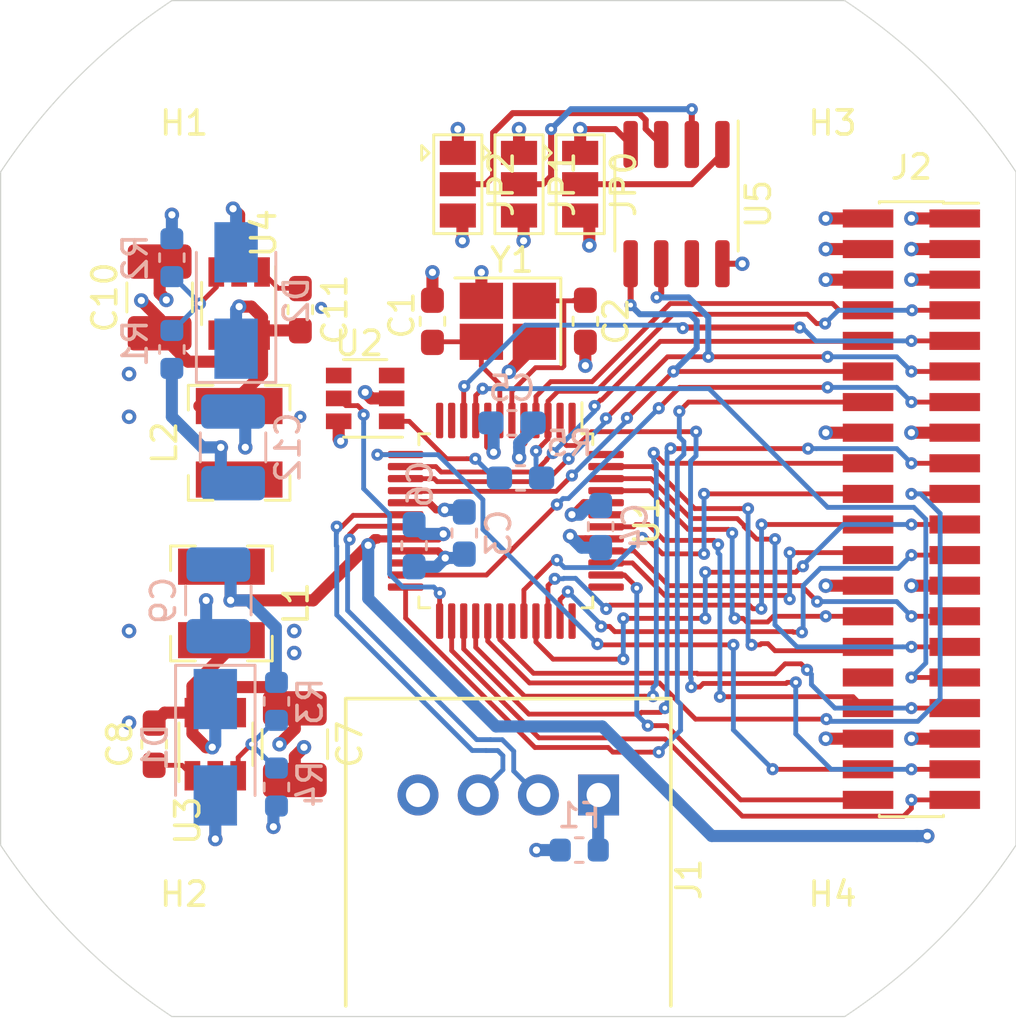
<source format=kicad_pcb>
(kicad_pcb (version 20171130) (host pcbnew 5.1.6)
  (layers (0 F.Cu signal) (1 In1.Cu power hide) (2 In2.Cu power hide) (31 B.Cu signal) (34 B.Paste user hide) (35 F.Paste user hide) (36 B.SilkS user hide) (37 F.SilkS user hide) (38 B.Mask user hide) (39 F.Mask user hide) (44 Edge.Cuts user))
  (net 0 "")
  (net 1 "Net-(C1-Pad2)")
  (net 2 GND)
  (net 3 "Net-(C2-Pad2)")
  (net 4 +3V3)
  (net 5 +5V)
  (net 6 /V12P)
  (net 7 /PSU_V3P3/FB)
  (net 8 /PSU_V5P/FB)
  (net 9 "Net-(R5-Pad2)")
  (net 10 /MCU/PIO2_10)
  (net 11 /PSU_V5P/SW)
  (net 12 /PSU_V5P/BS)
  (net 13 /PSU_V3P3/SW)
  (net 14 /PSU_V3P3/BS)
  (net 15 /CAN_P)
  (net 16 /CAN_N)
  (net 17 /PIO2_3)
  (net 18 /PIO2_2)
  (net 19 /PIO2_1)
  (net 20 /PIO2_0)
  (net 21 /PIO1_11)
  (net 22 /PIO1_10)
  (net 23 /PIO1_8)
  (net 24 /PIO1_7)
  (net 25 /PIO1_6)
  (net 26 /PIO1_5)
  (net 27 /PIO1_4)
  (net 28 /PIO1_3)
  (net 29 /PIO1_2)
  (net 30 /PIO1_1)
  (net 31 /PIO1_0)
  (net 32 /PIO0_11)
  (net 33 /PIO0_10)
  (net 34 /PIO0_9)
  (net 35 /PIO0_8)
  (net 36 /PIO0_7)
  (net 37 /PIO0_6)
  (net 38 /PIO0_5)
  (net 39 /PIO0_4)
  (net 40 /PIO0_3)
  (net 41 /PIO0_2)
  (net 42 /PIO0_1)
  (net 43 /PIO0_0)
  (net 44 "Net-(F1-Pad1)")
  (net 45 /EEP_A0)
  (net 46 /EEP_A1)
  (net 47 /EEP_A2)
  (module Connector_TE-Connectivity.DHAS:TE_EP2.5_4p_Horizontal (layer F.Cu) (at 91.44 77.9272 270)
    (fp_text reference J1 (at 3.5 -7.5 90) (layer F.SilkS))
    (fp_text value Conn_01x04_Male)
    (pad "" np_thru_hole oval (at 6.5 0 270) (size 2 2.8) (drill oval 2 2.8) (layers *.Cu *.Mask Dwgs.User))
    (pad 1 thru_hole rect (at 0 -3.75 270) (size 1.7 1.7) (drill 1) (layers *.Cu *.Mask) (net 44 "Net-(F1-Pad1)"))
    (pad 2 thru_hole oval (at 0 -1.25 270) (size 1.7 1.7) (drill 1) (layers *.Cu *.Mask) (net 15 /CAN_P))
    (pad 3 thru_hole oval (at 0 1.25 270) (size 1.7 1.7) (drill 1) (layers *.Cu *.Mask) (net 16 /CAN_N))
    (pad 4 thru_hole oval (at 0 3.75 270) (size 1.7 1.7) (drill 1) (layers *.Cu *.Mask) (net 2 GND))
  )
  (module Fuse:Fuse_0603_1608Metric (layer B.Cu) (at 94.3864 80.2132 180)
    (fp_text reference F1 (at 0 1.43) (layer B.SilkS) (effects (justify mirror)))
    (fp_text value Fuse_Small)
    (pad 2 smd roundrect (at 0.7875 0 180) (size 0.875 0.95) (layers B.Cu B.Paste B.Mask) (net 6 /V12P))
    (pad 1 smd roundrect (at -0.7875 0 180) (size 0.875 0.95) (layers B.Cu B.Paste B.Mask) (net 44 "Net-(F1-Pad1)"))
  )
  (module Package_SO:SOIC-8_3.9x4.9mm_P1.27mm (layer F.Cu) (at 98.425 53.4035 270)
    (fp_text reference U5 (at 0 -3.4 90) (layer F.SilkS))
    (fp_text value M24C64-RMN)
    (pad 8 smd roundrect (at 2.475 -1.905 270) (size 1.95 0.6) (layers F.Cu F.Paste F.Mask) (net 4 +3V3))
    (pad 7 smd roundrect (at 2.475 -0.635 270) (size 1.95 0.6) (layers F.Cu F.Paste F.Mask))
    (pad 6 smd roundrect (at 2.475 0.635 270) (size 1.95 0.6) (layers F.Cu F.Paste F.Mask) (net 39 /PIO0_4))
    (pad 5 smd roundrect (at 2.475 1.905 270) (size 1.95 0.6) (layers F.Cu F.Paste F.Mask) (net 38 /PIO0_5))
    (pad 4 smd roundrect (at -2.475 1.905 270) (size 1.95 0.6) (layers F.Cu F.Paste F.Mask) (net 2 GND))
    (pad 3 smd roundrect (at -2.475 0.635 270) (size 1.95 0.6) (layers F.Cu F.Paste F.Mask) (net 47 /EEP_A2))
    (pad 2 smd roundrect (at -2.475 -0.635 270) (size 1.95 0.6) (layers F.Cu F.Paste F.Mask) (net 46 /EEP_A1))
    (pad 1 smd roundrect (at -2.475 -1.905 270) (size 1.95 0.6) (layers F.Cu F.Paste F.Mask) (net 45 /EEP_A0))
  )
  (module Jumper:SolderJumper-3_P1.3mm_Open_Pad1.0x1.5mm (layer F.Cu) (at 89.3445 52.578 270)
    (fp_text reference JP2 (at 0 -1.8 90) (layer F.SilkS))
    (fp_text value SolderJumper_3_Open)
    (pad 1 smd rect (at -1.3 0 270) (size 1 1.5) (layers F.Cu F.Mask) (net 2 GND))
    (pad 2 smd rect (at 0 0 270) (size 1 1.5) (layers F.Cu F.Mask) (net 47 /EEP_A2))
    (pad 3 smd rect (at 1.3 0 270) (size 1 1.5) (layers F.Cu F.Mask) (net 4 +3V3))
  )
  (module Jumper:SolderJumper-3_P1.3mm_Open_Pad1.0x1.5mm (layer F.Cu) (at 91.8845 52.578 270)
    (fp_text reference JP1 (at 0 -1.8 90) (layer F.SilkS))
    (fp_text value SolderJumper_3_Open)
    (pad 1 smd rect (at -1.3 0 270) (size 1 1.5) (layers F.Cu F.Mask) (net 2 GND))
    (pad 2 smd rect (at 0 0 270) (size 1 1.5) (layers F.Cu F.Mask) (net 46 /EEP_A1))
    (pad 3 smd rect (at 1.3 0 270) (size 1 1.5) (layers F.Cu F.Mask) (net 4 +3V3))
  )
  (module Jumper:SolderJumper-3_P1.3mm_Open_Pad1.0x1.5mm (layer F.Cu) (at 94.4245 52.578 270)
    (fp_text reference JP0 (at 0 -1.8 90) (layer F.SilkS))
    (fp_text value SolderJumper_3_Open)
    (pad 1 smd rect (at -1.3 0 270) (size 1 1.5) (layers F.Cu F.Mask) (net 2 GND))
    (pad 2 smd rect (at 0 0 270) (size 1 1.5) (layers F.Cu F.Mask) (net 45 /EEP_A0))
    (pad 3 smd rect (at 1.3 0 270) (size 1 1.5) (layers F.Cu F.Mask) (net 4 +3V3))
  )
  (module MountingHole:MountingHole_2.7mm_M2.5 (layer F.Cu) (at 107.442 82.042)
    (fp_text reference H4 (at -2.54 0) (layer F.SilkS))
    (fp_text value MountingHole)
    (pad 1 np_thru_hole circle (at 0 0) (size 2.7 2.7) (drill 2.7) (layers *.Cu *.Mask))
  )
  (module MountingHole:MountingHole_2.7mm_M2.5 (layer F.Cu) (at 107.442 50.038)
    (fp_text reference H3 (at -2.54 0) (layer F.SilkS))
    (fp_text value MountingHole)
    (pad 1 np_thru_hole circle (at 0 0) (size 2.7 2.7) (drill 2.7) (layers *.Cu *.Mask))
  )
  (module MountingHole:MountingHole_2.7mm_M2.5 (layer F.Cu) (at 75.438 82.042)
    (fp_text reference H2 (at 2.54 0) (layer F.SilkS))
    (fp_text value MountingHole)
    (pad 1 np_thru_hole circle (at 0 0) (size 2.7 2.7) (drill 2.7) (layers *.Cu *.Mask))
  )
  (module MountingHole:MountingHole_2.7mm_M2.5 (layer F.Cu) (at 75.438 50.038)
    (fp_text reference H1 (at 2.54 0) (layer F.SilkS))
    (fp_text value MountingHole)
    (pad 1 np_thru_hole circle (at 0 0) (size 2.7 2.7) (drill 2.7) (layers *.Cu *.Mask))
  )
  (module Diode_SMD:D_SMA (layer B.Cu) (at 80.137 57.404 90)
    (fp_text reference D2 (at 0 2.5 90) (layer B.SilkS) (effects (justify mirror)))
    (fp_text value D)
    (pad 2 smd rect (at 2 0 90) (size 2.5 1.8) (layers B.Cu B.Paste B.Mask) (net 2 GND))
    (pad 1 smd rect (at -2 0 90) (size 2.5 1.8) (layers B.Cu B.Paste B.Mask) (net 13 /PSU_V3P3/SW))
  )
  (module Diode_SMD:D_SMA (layer B.Cu) (at 79.2734 75.946 270)
    (fp_text reference D1 (at 0 2.5 90) (layer B.SilkS) (effects (justify mirror)))
    (fp_text value D)
    (pad 2 smd rect (at 2 0 270) (size 2.5 1.8) (layers B.Cu B.Paste B.Mask) (net 2 GND))
    (pad 1 smd rect (at -2 0 270) (size 2.5 1.8) (layers B.Cu B.Paste B.Mask) (net 11 /PSU_V5P/SW))
  )
  (module Inductor_SMD:L_Bourns-SRN4018 (layer F.Cu) (at 80.264 63.31 270)
    (fp_text reference L2 (at 0 3.1 90) (layer F.SilkS))
    (fp_text value 68uH)
    (pad 2 smd rect (at 1.525 0 270) (size 1.5 3.6) (layers F.Cu F.Paste F.Mask) (net 4 +3V3))
    (pad 1 smd rect (at -1.525 0 270) (size 1.5 3.6) (layers F.Cu F.Paste F.Mask) (net 13 /PSU_V3P3/SW))
  )
  (module Inductor_SMD:L_Bourns-SRN4018 (layer F.Cu) (at 79.5274 69.977 90)
    (fp_text reference L1 (at 0 3.1 90) (layer F.SilkS))
    (fp_text value 68uH)
    (pad 2 smd rect (at 1.525 0 90) (size 1.5 3.6) (layers F.Cu F.Paste F.Mask) (net 5 +5V))
    (pad 1 smd rect (at -1.525 0 90) (size 1.5 3.6) (layers F.Cu F.Paste F.Mask) (net 11 /PSU_V5P/SW))
  )
  (module Connector_PinSocket_1.27mm:PinSocket_2x20_P1.27mm_Vertical_SMD (layer F.Cu) (at 108.1786 66.0654)
    (fp_text reference J2 (at 0 -14.2) (layer F.SilkS))
    (fp_text value Conn_02x20_Odd_Even)
    (pad 40 smd rect (at -1.8 12.065) (size 2.1 0.75) (layers F.Cu F.Paste F.Mask) (net 17 /PIO2_3))
    (pad 39 smd rect (at 1.8 12.065) (size 2.1 0.75) (layers F.Cu F.Paste F.Mask) (net 18 /PIO2_2))
    (pad 38 smd rect (at -1.8 10.795) (size 2.1 0.75) (layers F.Cu F.Paste F.Mask) (net 19 /PIO2_1))
    (pad 37 smd rect (at 1.8 10.795) (size 2.1 0.75) (layers F.Cu F.Paste F.Mask) (net 20 /PIO2_0))
    (pad 36 smd rect (at -1.8 9.525) (size 2.1 0.75) (layers F.Cu F.Paste F.Mask) (net 2 GND))
    (pad 35 smd rect (at 1.8 9.525) (size 2.1 0.75) (layers F.Cu F.Paste F.Mask) (net 2 GND))
    (pad 34 smd rect (at -1.8 8.255) (size 2.1 0.75) (layers F.Cu F.Paste F.Mask) (net 21 /PIO1_11))
    (pad 33 smd rect (at 1.8 8.255) (size 2.1 0.75) (layers F.Cu F.Paste F.Mask) (net 22 /PIO1_10))
    (pad 32 smd rect (at -1.8 6.985) (size 2.1 0.75) (layers F.Cu F.Paste F.Mask))
    (pad 31 smd rect (at 1.8 6.985) (size 2.1 0.75) (layers F.Cu F.Paste F.Mask) (net 23 /PIO1_8))
    (pad 30 smd rect (at -1.8 5.715) (size 2.1 0.75) (layers F.Cu F.Paste F.Mask) (net 24 /PIO1_7))
    (pad 29 smd rect (at 1.8 5.715) (size 2.1 0.75) (layers F.Cu F.Paste F.Mask) (net 25 /PIO1_6))
    (pad 28 smd rect (at -1.8 4.445) (size 2.1 0.75) (layers F.Cu F.Paste F.Mask) (net 26 /PIO1_5))
    (pad 27 smd rect (at 1.8 4.445) (size 2.1 0.75) (layers F.Cu F.Paste F.Mask) (net 27 /PIO1_4))
    (pad 26 smd rect (at -1.8 3.175) (size 2.1 0.75) (layers F.Cu F.Paste F.Mask) (net 2 GND))
    (pad 25 smd rect (at 1.8 3.175) (size 2.1 0.75) (layers F.Cu F.Paste F.Mask) (net 2 GND))
    (pad 24 smd rect (at -1.8 1.905) (size 2.1 0.75) (layers F.Cu F.Paste F.Mask) (net 28 /PIO1_3))
    (pad 23 smd rect (at 1.8 1.905) (size 2.1 0.75) (layers F.Cu F.Paste F.Mask) (net 29 /PIO1_2))
    (pad 22 smd rect (at -1.8 0.635) (size 2.1 0.75) (layers F.Cu F.Paste F.Mask) (net 30 /PIO1_1))
    (pad 21 smd rect (at 1.8 0.635) (size 2.1 0.75) (layers F.Cu F.Paste F.Mask) (net 31 /PIO1_0))
    (pad 20 smd rect (at -1.8 -0.635) (size 2.1 0.75) (layers F.Cu F.Paste F.Mask) (net 32 /PIO0_11))
    (pad 19 smd rect (at 1.8 -0.635) (size 2.1 0.75) (layers F.Cu F.Paste F.Mask) (net 33 /PIO0_10))
    (pad 18 smd rect (at -1.8 -1.905) (size 2.1 0.75) (layers F.Cu F.Paste F.Mask) (net 34 /PIO0_9))
    (pad 17 smd rect (at 1.8 -1.905) (size 2.1 0.75) (layers F.Cu F.Paste F.Mask) (net 35 /PIO0_8))
    (pad 16 smd rect (at -1.8 -3.175) (size 2.1 0.75) (layers F.Cu F.Paste F.Mask) (net 2 GND))
    (pad 15 smd rect (at 1.8 -3.175) (size 2.1 0.75) (layers F.Cu F.Paste F.Mask) (net 2 GND))
    (pad 14 smd rect (at -1.8 -4.445) (size 2.1 0.75) (layers F.Cu F.Paste F.Mask) (net 36 /PIO0_7))
    (pad 13 smd rect (at 1.8 -4.445) (size 2.1 0.75) (layers F.Cu F.Paste F.Mask) (net 37 /PIO0_6))
    (pad 12 smd rect (at -1.8 -5.715) (size 2.1 0.75) (layers F.Cu F.Paste F.Mask) (net 38 /PIO0_5))
    (pad 11 smd rect (at 1.8 -5.715) (size 2.1 0.75) (layers F.Cu F.Paste F.Mask) (net 39 /PIO0_4))
    (pad 10 smd rect (at -1.8 -6.985) (size 2.1 0.75) (layers F.Cu F.Paste F.Mask) (net 40 /PIO0_3))
    (pad 9 smd rect (at 1.8 -6.985) (size 2.1 0.75) (layers F.Cu F.Paste F.Mask) (net 41 /PIO0_2))
    (pad 8 smd rect (at -1.8 -8.255) (size 2.1 0.75) (layers F.Cu F.Paste F.Mask) (net 42 /PIO0_1))
    (pad 7 smd rect (at 1.8 -8.255) (size 2.1 0.75) (layers F.Cu F.Paste F.Mask) (net 43 /PIO0_0))
    (pad 6 smd rect (at -1.8 -9.525) (size 2.1 0.75) (layers F.Cu F.Paste F.Mask) (net 2 GND))
    (pad 5 smd rect (at 1.8 -9.525) (size 2.1 0.75) (layers F.Cu F.Paste F.Mask) (net 2 GND))
    (pad 4 smd rect (at -1.8 -10.795) (size 2.1 0.75) (layers F.Cu F.Paste F.Mask) (net 4 +3V3))
    (pad 3 smd rect (at 1.8 -10.795) (size 2.1 0.75) (layers F.Cu F.Paste F.Mask) (net 5 +5V))
    (pad 2 smd rect (at -1.8 -12.065) (size 2.1 0.75) (layers F.Cu F.Paste F.Mask) (net 6 /V12P))
    (pad 1 smd rect (at 1.8 -12.065) (size 2.1 0.75) (layers F.Cu F.Paste F.Mask) (net 6 /V12P))
  )
  (module Package_QFP:LQFP-48_7x7mm_P0.5mm (layer F.Cu) (at 91.3384 66.548 270)
    (fp_text reference U1 (at 0 -5.85 90) (layer F.SilkS))
    (fp_text value LPC11C24)
    (pad 48 smd roundrect (at -2.75 -4.1625 270) (size 0.3 1.475) (layers F.Cu F.Paste F.Mask))
    (pad 47 smd roundrect (at -2.25 -4.1625 270) (size 0.3 1.475) (layers F.Cu F.Paste F.Mask) (net 24 /PIO1_7))
    (pad 46 smd roundrect (at -1.75 -4.1625 270) (size 0.3 1.475) (layers F.Cu F.Paste F.Mask) (net 25 /PIO1_6))
    (pad 45 smd roundrect (at -1.25 -4.1625 270) (size 0.3 1.475) (layers F.Cu F.Paste F.Mask) (net 26 /PIO1_5))
    (pad 44 smd roundrect (at -0.75 -4.1625 270) (size 0.3 1.475) (layers F.Cu F.Paste F.Mask) (net 4 +3V3))
    (pad 43 smd roundrect (at -0.25 -4.1625 270) (size 0.3 1.475) (layers F.Cu F.Paste F.Mask))
    (pad 42 smd roundrect (at 0.25 -4.1625 270) (size 0.3 1.475) (layers F.Cu F.Paste F.Mask) (net 21 /PIO1_11))
    (pad 41 smd roundrect (at 0.75 -4.1625 270) (size 0.3 1.475) (layers F.Cu F.Paste F.Mask) (net 2 GND))
    (pad 40 smd roundrect (at 1.25 -4.1625 270) (size 0.3 1.475) (layers F.Cu F.Paste F.Mask) (net 27 /PIO1_4))
    (pad 39 smd roundrect (at 1.75 -4.1625 270) (size 0.3 1.475) (layers F.Cu F.Paste F.Mask) (net 28 /PIO1_3))
    (pad 38 smd roundrect (at 2.25 -4.1625 270) (size 0.3 1.475) (layers F.Cu F.Paste F.Mask) (net 17 /PIO2_3))
    (pad 37 smd roundrect (at 2.75 -4.1625 270) (size 0.3 1.475) (layers F.Cu F.Paste F.Mask))
    (pad 36 smd roundrect (at 4.1625 -2.75 270) (size 1.475 0.3) (layers F.Cu F.Paste F.Mask))
    (pad 35 smd roundrect (at 4.1625 -2.25 270) (size 1.475 0.3) (layers F.Cu F.Paste F.Mask) (net 29 /PIO1_2))
    (pad 34 smd roundrect (at 4.1625 -1.75 270) (size 1.475 0.3) (layers F.Cu F.Paste F.Mask) (net 30 /PIO1_1))
    (pad 33 smd roundrect (at 4.1625 -1.25 270) (size 1.475 0.3) (layers F.Cu F.Paste F.Mask) (net 31 /PIO1_0))
    (pad 32 smd roundrect (at 4.1625 -0.75 270) (size 1.475 0.3) (layers F.Cu F.Paste F.Mask) (net 32 /PIO0_11))
    (pad 31 smd roundrect (at 4.1625 -0.25 270) (size 1.475 0.3) (layers F.Cu F.Paste F.Mask))
    (pad 30 smd roundrect (at 4.1625 0.25 270) (size 1.475 0.3) (layers F.Cu F.Paste F.Mask) (net 22 /PIO1_10))
    (pad 29 smd roundrect (at 4.1625 0.75 270) (size 1.475 0.3) (layers F.Cu F.Paste F.Mask) (net 33 /PIO0_10))
    (pad 28 smd roundrect (at 4.1625 1.25 270) (size 1.475 0.3) (layers F.Cu F.Paste F.Mask) (net 34 /PIO0_9))
    (pad 27 smd roundrect (at 4.1625 1.75 270) (size 1.475 0.3) (layers F.Cu F.Paste F.Mask) (net 35 /PIO0_8))
    (pad 26 smd roundrect (at 4.1625 2.25 270) (size 1.475 0.3) (layers F.Cu F.Paste F.Mask) (net 18 /PIO2_2))
    (pad 25 smd roundrect (at 4.1625 2.75 270) (size 1.475 0.3) (layers F.Cu F.Paste F.Mask) (net 10 /MCU/PIO2_10))
    (pad 24 smd roundrect (at 2.75 4.1625 270) (size 0.3 1.475) (layers F.Cu F.Paste F.Mask) (net 36 /PIO0_7))
    (pad 23 smd roundrect (at 2.25 4.1625 270) (size 0.3 1.475) (layers F.Cu F.Paste F.Mask) (net 37 /PIO0_6))
    (pad 22 smd roundrect (at 1.75 4.1625 270) (size 0.3 1.475) (layers F.Cu F.Paste F.Mask))
    (pad 21 smd roundrect (at 1.25 4.1625 270) (size 0.3 1.475) (layers F.Cu F.Paste F.Mask) (net 2 GND))
    (pad 20 smd roundrect (at 0.75 4.1625 270) (size 0.3 1.475) (layers F.Cu F.Paste F.Mask) (net 5 +5V))
    (pad 19 smd roundrect (at 0.25 4.1625 270) (size 0.3 1.475) (layers F.Cu F.Paste F.Mask) (net 15 /CAN_P))
    (pad 18 smd roundrect (at -0.25 4.1625 270) (size 0.3 1.475) (layers F.Cu F.Paste F.Mask) (net 16 /CAN_N))
    (pad 17 smd roundrect (at -0.75 4.1625 270) (size 0.3 1.475) (layers F.Cu F.Paste F.Mask) (net 4 +3V3))
    (pad 16 smd roundrect (at -1.25 4.1625 270) (size 0.3 1.475) (layers F.Cu F.Paste F.Mask) (net 38 /PIO0_5))
    (pad 15 smd roundrect (at -1.75 4.1625 270) (size 0.3 1.475) (layers F.Cu F.Paste F.Mask) (net 39 /PIO0_4))
    (pad 14 smd roundrect (at -2.25 4.1625 270) (size 0.3 1.475) (layers F.Cu F.Paste F.Mask) (net 40 /PIO0_3))
    (pad 13 smd roundrect (at -2.75 4.1625 270) (size 0.3 1.475) (layers F.Cu F.Paste F.Mask) (net 19 /PIO2_1))
    (pad 12 smd roundrect (at -4.1625 2.75 270) (size 1.475 0.3) (layers F.Cu F.Paste F.Mask))
    (pad 11 smd roundrect (at -4.1625 2.25 270) (size 1.475 0.3) (layers F.Cu F.Paste F.Mask))
    (pad 10 smd roundrect (at -4.1625 1.75 270) (size 1.475 0.3) (layers F.Cu F.Paste F.Mask) (net 41 /PIO0_2))
    (pad 9 smd roundrect (at -4.1625 1.25 270) (size 1.475 0.3) (layers F.Cu F.Paste F.Mask) (net 23 /PIO1_8))
    (pad 8 smd roundrect (at -4.1625 0.75 270) (size 1.475 0.3) (layers F.Cu F.Paste F.Mask) (net 4 +3V3))
    (pad 7 smd roundrect (at -4.1625 0.25 270) (size 1.475 0.3) (layers F.Cu F.Paste F.Mask) (net 1 "Net-(C1-Pad2)"))
    (pad 6 smd roundrect (at -4.1625 -0.25 270) (size 1.475 0.3) (layers F.Cu F.Paste F.Mask) (net 3 "Net-(C2-Pad2)"))
    (pad 5 smd roundrect (at -4.1625 -0.75 270) (size 1.475 0.3) (layers F.Cu F.Paste F.Mask) (net 2 GND))
    (pad 4 smd roundrect (at -4.1625 -1.25 270) (size 1.475 0.3) (layers F.Cu F.Paste F.Mask) (net 42 /PIO0_1))
    (pad 3 smd roundrect (at -4.1625 -1.75 270) (size 1.475 0.3) (layers F.Cu F.Paste F.Mask) (net 43 /PIO0_0))
    (pad 2 smd roundrect (at -4.1625 -2.25 270) (size 1.475 0.3) (layers F.Cu F.Paste F.Mask) (net 20 /PIO2_0))
    (pad 1 smd roundrect (at -4.1625 -2.75 270) (size 1.475 0.3) (layers F.Cu F.Paste F.Mask))
  )
  (module Crystal:Crystal_SMD_EuroQuartz_X22-4Pin_2.5x2.0mm_HandSoldering (layer F.Cu) (at 91.4224 58.2676 180)
    (fp_text reference Y1 (at -0.17 2.54) (layer F.SilkS))
    (fp_text value 12MHz)
    (pad 4 smd rect (at -1.1 -0.85 180) (size 1.8 1.5) (layers F.Cu F.Paste F.Mask) (net 2 GND))
    (pad 3 smd rect (at 1.1 -0.85 180) (size 1.8 1.5) (layers F.Cu F.Paste F.Mask) (net 1 "Net-(C1-Pad2)"))
    (pad 2 smd rect (at 1.1 0.85 180) (size 1.8 1.5) (layers F.Cu F.Paste F.Mask) (net 2 GND))
    (pad 1 smd rect (at -1.1 0.85 180) (size 1.8 1.5) (layers F.Cu F.Paste F.Mask) (net 3 "Net-(C2-Pad2)"))
  )
  (module Capacitor_SMD:C_0603_1608Metric_Pad1.05x0.95mm_HandSolder (layer F.Cu) (at 88.2904 58.2676 270)
    (fp_text reference C1 (at -0.254 1.27 90) (layer F.SilkS))
    (fp_text value 39pF)
    (pad 2 smd roundrect (at 0.875 0 270) (size 1.05 0.95) (layers F.Cu F.Paste F.Mask) (net 1 "Net-(C1-Pad2)"))
    (pad 1 smd roundrect (at -0.875 0 270) (size 1.05 0.95) (layers F.Cu F.Paste F.Mask) (net 2 GND))
  )
  (module Capacitor_SMD:C_0603_1608Metric_Pad1.05x0.95mm_HandSolder (layer F.Cu) (at 94.6404 58.2676 90)
    (fp_text reference C2 (at 0 1.27 90) (layer F.SilkS))
    (fp_text value 39pF)
    (pad 2 smd roundrect (at 0.875 0 90) (size 1.05 0.95) (layers F.Cu F.Paste F.Mask) (net 3 "Net-(C2-Pad2)"))
    (pad 1 smd roundrect (at -0.875 0 90) (size 1.05 0.95) (layers F.Cu F.Paste F.Mask) (net 2 GND))
  )
  (module Capacitor_SMD:C_0603_1608Metric_Pad1.05x0.95mm_HandSolder (layer B.Cu) (at 89.6112 67.056 90)
    (fp_text reference C3 (at 0 1.43 90) (layer B.SilkS) (effects (justify mirror)))
    (fp_text value 47nF)
    (pad 2 smd roundrect (at 0.875 0 90) (size 1.05 0.95) (layers B.Cu B.Paste B.Mask) (net 4 +3V3))
    (pad 1 smd roundrect (at -0.875 0 90) (size 1.05 0.95) (layers B.Cu B.Paste B.Mask) (net 2 GND))
  )
  (module Capacitor_SMD:C_0603_1608Metric_Pad1.05x0.95mm_HandSolder (layer B.Cu) (at 95.2754 66.788 90)
    (fp_text reference C4 (at 0 1.43 270) (layer B.SilkS) (effects (justify mirror)))
    (fp_text value 47nF)
    (pad 2 smd roundrect (at 0.875 0 90) (size 1.05 0.95) (layers B.Cu B.Paste B.Mask) (net 4 +3V3))
    (pad 1 smd roundrect (at -0.875 0 90) (size 1.05 0.95) (layers B.Cu B.Paste B.Mask) (net 2 GND))
  )
  (module Capacitor_SMD:C_0603_1608Metric_Pad1.05x0.95mm_HandSolder (layer B.Cu) (at 91.5924 62.484 180)
    (fp_text reference C5 (at 0 1.43) (layer B.SilkS) (effects (justify mirror)))
    (fp_text value 47nF)
    (pad 2 smd roundrect (at 0.875 0 180) (size 1.05 0.95) (layers B.Cu B.Paste B.Mask) (net 4 +3V3))
    (pad 1 smd roundrect (at -0.875 0 180) (size 1.05 0.95) (layers B.Cu B.Paste B.Mask) (net 2 GND))
  )
  (module Capacitor_SMD:C_0603_1608Metric_Pad1.05x0.95mm_HandSolder (layer B.Cu) (at 87.5284 67.578 90)
    (fp_text reference C6 (at 2.554 0.254 90) (layer B.SilkS) (effects (justify mirror)))
    (fp_text value 47nF)
    (pad 2 smd roundrect (at 0.875 0 90) (size 1.05 0.95) (layers B.Cu B.Paste B.Mask) (net 5 +5V))
    (pad 1 smd roundrect (at -0.875 0 90) (size 1.05 0.95) (layers B.Cu B.Paste B.Mask) (net 2 GND))
  )
  (module Capacitor_SMD:C_1210_3225Metric_Pad1.42x2.65mm_HandSolder (layer F.Cu) (at 82.5754 75.819 270)
    (fp_text reference C7 (at 0 -2.28 90) (layer F.SilkS))
    (fp_text value 22uF)
    (pad 2 smd roundrect (at 1.4875 0 270) (size 1.425 2.65) (layers F.Cu F.Paste F.Mask) (roundrect_rratio 0.175439) (net 2 GND))
    (pad 1 smd roundrect (at -1.4875 0 270) (size 1.425 2.65) (layers F.Cu F.Paste F.Mask) (roundrect_rratio 0.175439) (net 6 /V12P))
  )
  (module Capacitor_SMD:C_0603_1608Metric_Pad1.05x0.95mm_HandSolder (layer F.Cu) (at 76.7334 75.819 90)
    (fp_text reference C8 (at 0 -1.43 90) (layer F.SilkS))
    (fp_text value 10nF)
    (pad 2 smd roundrect (at 0.875 0 90) (size 1.05 0.95) (layers F.Cu F.Paste F.Mask) (net 11 /PSU_V5P/SW))
    (pad 1 smd roundrect (at -0.875 0 90) (size 1.05 0.95) (layers F.Cu F.Paste F.Mask) (net 12 /PSU_V5P/BS))
  )
  (module Capacitor_SMD:C_1210_3225Metric_Pad1.42x2.65mm_HandSolder (layer B.Cu) (at 79.4004 69.85 270)
    (fp_text reference C9 (at 0 2.28 90) (layer B.SilkS) (effects (justify mirror)))
    (fp_text value 22uF)
    (pad 2 smd roundrect (at 1.4875 0 270) (size 1.425 2.65) (layers B.Cu B.Paste B.Mask) (roundrect_rratio 0.175439) (net 2 GND))
    (pad 1 smd roundrect (at -1.4875 0 270) (size 1.425 2.65) (layers B.Cu B.Paste B.Mask) (roundrect_rratio 0.175439) (net 5 +5V))
  )
  (module Capacitor_SMD:C_1210_3225Metric_Pad1.42x2.65mm_HandSolder (layer F.Cu) (at 76.962 57.277 90)
    (fp_text reference C10 (at 0 -2.28 90) (layer F.SilkS))
    (fp_text value 22uF)
    (pad 2 smd roundrect (at 1.4875 0 90) (size 1.425 2.65) (layers F.Cu F.Paste F.Mask) (roundrect_rratio 0.175439) (net 2 GND))
    (pad 1 smd roundrect (at -1.4875 0 90) (size 1.425 2.65) (layers F.Cu F.Paste F.Mask) (roundrect_rratio 0.175439) (net 6 /V12P))
  )
  (module Capacitor_SMD:C_0603_1608Metric_Pad1.05x0.95mm_HandSolder (layer F.Cu) (at 82.804 57.785 270)
    (fp_text reference C11 (at 0 -1.43 90) (layer F.SilkS))
    (fp_text value 10nF)
    (pad 2 smd roundrect (at 0.875 0 270) (size 1.05 0.95) (layers F.Cu F.Paste F.Mask) (net 13 /PSU_V3P3/SW))
    (pad 1 smd roundrect (at -0.875 0 270) (size 1.05 0.95) (layers F.Cu F.Paste F.Mask) (net 14 /PSU_V3P3/BS))
  )
  (module Capacitor_SMD:C_1210_3225Metric_Pad1.42x2.65mm_HandSolder (layer B.Cu) (at 80.01 63.5 90)
    (fp_text reference C12 (at 0 2.28 90) (layer B.SilkS) (effects (justify mirror)))
    (fp_text value 22uF)
    (pad 2 smd roundrect (at 1.4875 0 90) (size 1.425 2.65) (layers B.Cu B.Paste B.Mask) (roundrect_rratio 0.175439) (net 2 GND))
    (pad 1 smd roundrect (at -1.4875 0 90) (size 1.425 2.65) (layers B.Cu B.Paste B.Mask) (roundrect_rratio 0.175439) (net 4 +3V3))
  )
  (module Resistor_SMD:R_0603_1608Metric (layer B.Cu) (at 77.47 59.436 90)
    (fp_text reference R1 (at 0.254 -1.524 90) (layer B.SilkS) (effects (justify mirror)))
    (fp_text value 49.9k)
    (pad 2 smd roundrect (at 0.7875 0 90) (size 0.875 0.95) (layers B.Cu B.Paste B.Mask) (net 7 /PSU_V3P3/FB))
    (pad 1 smd roundrect (at -0.7875 0 90) (size 0.875 0.95) (layers B.Cu B.Paste B.Mask) (net 4 +3V3))
  )
  (module Resistor_SMD:R_0603_1608Metric (layer B.Cu) (at 77.47 55.626 90)
    (fp_text reference R2 (at 0 -1.524 90) (layer B.SilkS) (effects (justify mirror)))
    (fp_text value 16.2k)
    (pad 2 smd roundrect (at 0.7875 0 90) (size 0.875 0.95) (layers B.Cu B.Paste B.Mask) (net 2 GND))
    (pad 1 smd roundrect (at -0.7875 0 90) (size 0.875 0.95) (layers B.Cu B.Paste B.Mask) (net 7 /PSU_V3P3/FB))
  )
  (module Resistor_SMD:R_0603_1608Metric (layer B.Cu) (at 81.8134 74.041 270)
    (fp_text reference R3 (at 0 -1.397 270) (layer B.SilkS) (effects (justify mirror)))
    (fp_text value 49.9k)
    (pad 2 smd roundrect (at 0.7875 0 270) (size 0.875 0.95) (layers B.Cu B.Paste B.Mask) (net 8 /PSU_V5P/FB))
    (pad 1 smd roundrect (at -0.7875 0 270) (size 0.875 0.95) (layers B.Cu B.Paste B.Mask) (net 5 +5V))
  )
  (module Resistor_SMD:R_0603_1608Metric (layer B.Cu) (at 81.8134 77.597 270)
    (fp_text reference R4 (at -0.127 -1.397 90) (layer B.SilkS) (effects (justify mirror)))
    (fp_text value 10k)
    (pad 2 smd roundrect (at 0.7875 0 270) (size 0.875 0.95) (layers B.Cu B.Paste B.Mask) (net 2 GND))
    (pad 1 smd roundrect (at -0.7875 0 270) (size 0.875 0.95) (layers B.Cu B.Paste B.Mask) (net 8 /PSU_V5P/FB))
  )
  (module Resistor_SMD:R_0603_1608Metric_Pad1.05x0.95mm_HandSolder (layer B.Cu) (at 91.948 64.77 180)
    (fp_text reference R5 (at -2.032 1.43 180) (layer B.SilkS) (effects (justify mirror)))
    (fp_text value 1k)
    (pad 2 smd roundrect (at 0.875 0 180) (size 1.05 0.95) (layers B.Cu B.Paste B.Mask) (net 9 "Net-(R5-Pad2)"))
    (pad 1 smd roundrect (at -0.875 0 180) (size 1.05 0.95) (layers B.Cu B.Paste B.Mask) (net 43 /PIO0_0))
  )
  (module Package_TO_SOT_SMD:SOT-23-6 (layer F.Cu) (at 85.4964 61.468 180)
    (fp_text reference U2 (at 0.254 2.286) (layer F.SilkS))
    (fp_text value APX825A-26)
    (pad 5 smd rect (at 1.1 0 180) (size 1.06 0.65) (layers F.Cu F.Paste F.Mask) (net 10 /MCU/PIO2_10))
    (pad 6 smd rect (at 1.1 -0.95 180) (size 1.06 0.65) (layers F.Cu F.Paste F.Mask) (net 4 +3V3))
    (pad 4 smd rect (at 1.1 0.95 180) (size 1.06 0.65) (layers F.Cu F.Paste F.Mask))
    (pad 3 smd rect (at -1.1 0.95 180) (size 1.06 0.65) (layers F.Cu F.Paste F.Mask))
    (pad 2 smd rect (at -1.1 0 180) (size 1.06 0.65) (layers F.Cu F.Paste F.Mask) (net 2 GND))
    (pad 1 smd rect (at -1.1 -0.95 180) (size 1.06 0.65) (layers F.Cu F.Paste F.Mask) (net 9 "Net-(R5-Pad2)"))
  )
  (module Package_TO_SOT_SMD:TSOT-23-6 (layer F.Cu) (at 79.2734 75.819 90)
    (fp_text reference U3 (at -3.175 -1.143 90) (layer F.SilkS))
    (fp_text value AP3211)
    (pad 6 smd rect (at 1.31 -0.95 90) (size 1.22 0.65) (layers F.Cu F.Paste F.Mask) (net 11 /PSU_V5P/SW))
    (pad 5 smd rect (at 1.31 0 90) (size 1.22 0.65) (layers F.Cu F.Paste F.Mask) (net 6 /V12P))
    (pad 4 smd rect (at 1.31 0.95 90) (size 1.22 0.65) (layers F.Cu F.Paste F.Mask))
    (pad 3 smd rect (at -1.31 0.95 90) (size 1.22 0.65) (layers F.Cu F.Paste F.Mask) (net 8 /PSU_V5P/FB))
    (pad 2 smd rect (at -1.31 0 90) (size 1.22 0.65) (layers F.Cu F.Paste F.Mask) (net 2 GND))
    (pad 1 smd rect (at -1.31 -0.95 90) (size 1.22 0.65) (layers F.Cu F.Paste F.Mask) (net 12 /PSU_V5P/BS))
  )
  (module Package_TO_SOT_SMD:TSOT-23-6 (layer F.Cu) (at 80.264 57.531 270)
    (fp_text reference U4 (at -2.921 -1.016 90) (layer F.SilkS))
    (fp_text value AP3211)
    (pad 6 smd rect (at 1.31 -0.95 270) (size 1.22 0.65) (layers F.Cu F.Paste F.Mask) (net 13 /PSU_V3P3/SW))
    (pad 5 smd rect (at 1.31 0 270) (size 1.22 0.65) (layers F.Cu F.Paste F.Mask) (net 6 /V12P))
    (pad 4 smd rect (at 1.31 0.95 270) (size 1.22 0.65) (layers F.Cu F.Paste F.Mask))
    (pad 3 smd rect (at -1.31 0.95 270) (size 1.22 0.65) (layers F.Cu F.Paste F.Mask) (net 7 /PSU_V3P3/FB))
    (pad 2 smd rect (at -1.31 0 270) (size 1.22 0.65) (layers F.Cu F.Paste F.Mask) (net 2 GND))
    (pad 1 smd rect (at -1.31 -0.95 270) (size 1.22 0.65) (layers F.Cu F.Paste F.Mask) (net 14 /PSU_V3P3/BS))
  )
  (gr_arc (start 91.44 66.04) (end 70.358001 80.009999) (angle -22.93906067) (layer Edge.Cuts) (width 0.05))
  (gr_arc (start 91.44 66.04) (end 77.470001 44.958001) (angle -22.93906067) (layer Edge.Cuts) (width 0.05))
  (gr_arc (start 91.44 66.04) (end 112.521999 52.070001) (angle -22.93906067) (layer Edge.Cuts) (width 0.05))
  (gr_arc (start 91.44 66.04) (end 105.409999 87.121999) (angle -22.93906067) (layer Edge.Cuts) (width 0.05))
  (gr_line (start 77.47 87.122) (end 105.409999 87.121999) (layer Edge.Cuts) (width 0.05))
  (gr_line (start 70.358 52.07) (end 70.358 80.01) (layer Edge.Cuts) (width 0.05))
  (gr_line (start 112.522 52.07) (end 112.522 80.01) (layer Edge.Cuts) (width 0.05))
  (gr_line (start 77.47 44.958) (end 105.41 44.958) (layer Edge.Cuts) (width 0.05))
  (via (at 82.804 62.23) (size 0.5) (drill 0.2) (layers F.Cu B.Cu) (net 0))
  (via (at 83.6676 57.7088) (size 0.5) (drill 0.2) (layers F.Cu B.Cu) (net 0))
  (segment (start 90.3224 60.1176) (end 90.3224 59.1176) (width 0.2) (layer F.Cu) (net 1))
  (segment (start 88.2904 59.1426) (end 88.5444 59.1426) (width 0.2) (layer F.Cu) (net 1))
  (segment (start 90.3224 59.1176) (end 88.3154 59.1176) (width 0.2) (layer F.Cu) (net 1))
  (segment (start 88.3154 59.1176) (end 88.2904 59.1426) (width 0.2) (layer F.Cu) (net 1))
  (segment (start 91.0884 60.8836) (end 90.3224 60.1176) (width 0.2) (layer F.Cu) (net 1))
  (segment (start 91.0884 62.3855) (end 91.0884 60.8836) (width 0.2) (layer F.Cu) (net 1))
  (via (at 75.692 71.12) (size 0.6) (drill 0.3) (layers F.Cu B.Cu) (net 2))
  (via (at 75.692 74.93) (size 0.6) (drill 0.3) (layers F.Cu B.Cu) (net 2))
  (via (at 82.55 71.12) (size 0.6) (drill 0.3) (layers F.Cu B.Cu) (net 2))
  (via (at 82.55 72.0344) (size 0.6) (drill 0.3) (layers F.Cu B.Cu) (net 2))
  (via (at 75.692 60.452) (size 0.6) (drill 0.3) (layers F.Cu B.Cu) (net 2))
  (via (at 75.692 62.23) (size 0.6) (drill 0.3) (layers F.Cu B.Cu) (net 2))
  (via (at 94.0054 67.183) (size 0.6) (drill 0.3) (layers F.Cu B.Cu) (net 2))
  (segment (start 95.2754 67.663) (end 94.4854 67.663) (width 0.5) (layer B.Cu) (net 2))
  (segment (start 94.4854 67.663) (end 94.0054 67.183) (width 0.5) (layer B.Cu) (net 2))
  (segment (start 94.1204 67.298) (end 94.647922 67.298) (width 0.3) (layer F.Cu) (net 2))
  (segment (start 94.0054 67.183) (end 94.1204 67.298) (width 0.3) (layer F.Cu) (net 2))
  (segment (start 95.6279 67.298) (end 94.647922 67.298) (width 0.3) (layer F.Cu) (net 2))
  (via (at 88.819997 68.089675) (size 0.6) (drill 0.3) (layers F.Cu B.Cu) (net 2))
  (segment (start 88.456672 68.453) (end 88.819997 68.089675) (width 0.5) (layer B.Cu) (net 2))
  (segment (start 87.5284 68.453) (end 88.456672 68.453) (width 0.5) (layer B.Cu) (net 2))
  (via (at 90.3224 56.2356) (size 0.6) (drill 0.3) (layers F.Cu B.Cu) (net 2))
  (segment (start 90.3224 57.4176) (end 90.3224 56.2356) (width 0.5) (layer F.Cu) (net 2))
  (segment (start 88.528322 67.798) (end 88.819997 68.089675) (width 0.3) (layer F.Cu) (net 2))
  (segment (start 87.1759 67.798) (end 88.528322 67.798) (width 0.3) (layer F.Cu) (net 2))
  (via (at 85.4964 61.214016) (size 0.6) (drill 0.3) (layers F.Cu B.Cu) (net 2))
  (segment (start 85.750384 61.468) (end 85.4964 61.214016) (width 0.5) (layer F.Cu) (net 2))
  (segment (start 86.5964 61.468) (end 85.750384 61.468) (width 0.5) (layer F.Cu) (net 2))
  (segment (start 76.962 55.826) (end 76.708 55.572) (width 0.5) (layer F.Cu) (net 2))
  (via (at 77.47 53.848006) (size 0.6) (drill 0.3) (layers F.Cu B.Cu) (net 2))
  (segment (start 77.47 54.8385) (end 77.47 53.848006) (width 0.5) (layer B.Cu) (net 2))
  (via (at 77.238329 57.381671) (size 0.6) (drill 0.3) (layers F.Cu B.Cu) (net 2))
  (segment (start 76.962 55.7895) (end 76.962 57.105342) (width 0.5) (layer F.Cu) (net 2))
  (segment (start 76.962 57.105342) (end 77.238329 57.381671) (width 0.5) (layer F.Cu) (net 2))
  (segment (start 77.238329 57.381671) (end 77.216 57.404) (width 0.5) (layer B.Cu) (net 2))
  (segment (start 81.6864 78.486) (end 81.6864 78.823736) (width 0.5) (layer B.Cu) (net 2))
  (segment (start 81.8134 78.359) (end 81.6864 78.486) (width 0.5) (layer B.Cu) (net 2))
  (segment (start 81.6864 78.823736) (end 81.6864 79.248) (width 0.5) (layer B.Cu) (net 2))
  (via (at 81.6864 79.248) (size 0.6) (drill 0.3) (layers F.Cu B.Cu) (net 2))
  (segment (start 82.5754 77.3065) (end 82.5754 76.327) (width 0.5) (layer F.Cu) (net 2))
  (via (at 82.9564 75.946) (size 0.6) (drill 0.3) (layers F.Cu B.Cu) (net 2))
  (segment (start 82.5754 76.327) (end 82.9564 75.946) (width 0.5) (layer F.Cu) (net 2))
  (via (at 88.2904 56.235614) (size 0.6) (drill 0.3) (layers F.Cu B.Cu) (net 2))
  (segment (start 88.2904 57.3926) (end 88.2904 56.235614) (width 0.5) (layer F.Cu) (net 2))
  (segment (start 80.264 53.848) (end 80.264 56.221) (width 0.5) (layer F.Cu) (net 2))
  (via (at 80.01 53.594) (size 0.6) (drill 0.3) (layers F.Cu B.Cu) (net 2))
  (segment (start 80.01 53.594) (end 80.264 53.848) (width 0.5) (layer F.Cu) (net 2))
  (segment (start 80.01 53.594) (end 80.137 53.721) (width 0.5) (layer B.Cu) (net 2))
  (segment (start 80.137 55.499) (end 80.264 55.626) (width 0.5) (layer B.Cu) (net 2))
  (segment (start 80.137 53.721) (end 80.137 55.499) (width 0.5) (layer B.Cu) (net 2))
  (segment (start 80.518 62.484) (end 80.0465 62.0125) (width 0.5) (layer B.Cu) (net 2))
  (via (at 80.518 63.5) (size 0.6) (drill 0.3) (layers F.Cu B.Cu) (net 2))
  (segment (start 80.518 63.5) (end 80.518 62.484) (width 0.5) (layer B.Cu) (net 2))
  (via (at 79.2734 79.756) (size 0.6) (drill 0.3) (layers F.Cu B.Cu) (net 2))
  (segment (start 79.2734 77.129) (end 79.2734 79.756) (width 0.5) (layer F.Cu) (net 2))
  (segment (start 79.2734 77.851) (end 79.2734 79.756) (width 0.5) (layer B.Cu) (net 2))
  (segment (start 79.4004 71.3375) (end 79.3639 71.3375) (width 0.5) (layer B.Cu) (net 2))
  (segment (start 79.3639 71.3375) (end 78.8924 70.866) (width 0.5) (layer B.Cu) (net 2))
  (via (at 78.8924 69.85) (size 0.6) (drill 0.3) (layers F.Cu B.Cu) (net 2))
  (segment (start 78.8924 70.866) (end 78.8924 69.85) (width 0.5) (layer B.Cu) (net 2))
  (segment (start 110.0386 56.5404) (end 108.1786 56.5404) (width 0.25) (layer F.Cu) (net 2))
  (via (at 108.1786 56.5404) (size 0.6) (drill 0.3) (layers F.Cu B.Cu) (net 2))
  (via (at 104.622604 56.5404) (size 0.6) (drill 0.3) (layers F.Cu B.Cu) (net 2))
  (segment (start 106.2286 56.5404) (end 104.622604 56.5404) (width 0.25) (layer F.Cu) (net 2))
  (segment (start 110.0386 62.8904) (end 108.1786 62.8904) (width 0.25) (layer F.Cu) (net 2))
  (via (at 108.1786 62.8904) (size 0.6) (drill 0.3) (layers F.Cu B.Cu) (net 2))
  (via (at 104.6226 62.890408) (size 0.6) (drill 0.3) (layers F.Cu B.Cu) (net 2))
  (segment (start 106.228592 62.890408) (end 105.046864 62.890408) (width 0.25) (layer F.Cu) (net 2))
  (segment (start 106.2286 62.8904) (end 106.228592 62.890408) (width 0.25) (layer F.Cu) (net 2))
  (segment (start 105.046864 62.890408) (end 104.6226 62.890408) (width 0.25) (layer F.Cu) (net 2))
  (segment (start 110.0386 69.2404) (end 108.1786 69.2404) (width 0.25) (layer F.Cu) (net 2))
  (via (at 108.1786 69.2404) (size 0.6) (drill 0.3) (layers F.Cu B.Cu) (net 2))
  (via (at 104.6226 69.2404) (size 0.6) (drill 0.3) (layers F.Cu B.Cu) (net 2))
  (segment (start 106.2286 69.2404) (end 104.6226 69.2404) (width 0.25) (layer F.Cu) (net 2))
  (via (at 108.1786 75.5904) (size 0.6) (drill 0.3) (layers F.Cu B.Cu) (net 2))
  (segment (start 110.0386 75.5904) (end 108.1786 75.5904) (width 0.25) (layer F.Cu) (net 2))
  (via (at 104.6226 75.5904) (size 0.6) (drill 0.3) (layers F.Cu B.Cu) (net 2))
  (segment (start 106.2286 75.5904) (end 104.6226 75.5904) (width 0.25) (layer F.Cu) (net 2))
  (segment (start 109.9786 56.5404) (end 108.1786 56.5404) (width 0.5) (layer F.Cu) (net 2))
  (segment (start 106.3786 56.5404) (end 104.622604 56.5404) (width 0.5) (layer F.Cu) (net 2))
  (segment (start 104.622608 62.8904) (end 104.6226 62.890408) (width 0.5) (layer F.Cu) (net 2))
  (segment (start 106.3786 62.8904) (end 104.622608 62.8904) (width 0.5) (layer F.Cu) (net 2))
  (segment (start 109.9786 62.8904) (end 108.1786 62.8904) (width 0.5) (layer F.Cu) (net 2))
  (segment (start 109.9786 69.2404) (end 108.1786 69.2404) (width 0.5) (layer F.Cu) (net 2))
  (segment (start 106.3786 69.2404) (end 104.6226 69.2404) (width 0.5) (layer F.Cu) (net 2))
  (segment (start 106.3786 75.5904) (end 104.6226 75.5904) (width 0.5) (layer F.Cu) (net 2))
  (segment (start 109.9786 75.5904) (end 108.1786 75.5904) (width 0.5) (layer F.Cu) (net 2))
  (segment (start 94.6404 59.2556) (end 94.6404 60.1091) (width 0.5) (layer F.Cu) (net 2))
  (via (at 94.6404 60.1091) (size 0.6) (drill 0.3) (layers F.Cu B.Cu) (net 2))
  (segment (start 92.5224 59.3061) (end 92.5224 59.1176) (width 0.5) (layer F.Cu) (net 2))
  (via (at 91.4654 60.3631) (size 0.6) (drill 0.3) (layers F.Cu B.Cu) (net 2))
  (segment (start 91.4654 60.3631) (end 92.5224 59.3061) (width 0.5) (layer F.Cu) (net 2))
  (segment (start 89.390325 68.089675) (end 88.819997 68.089675) (width 0.5) (layer B.Cu) (net 2))
  (segment (start 89.5604 67.9196) (end 89.390325 68.089675) (width 0.5) (layer B.Cu) (net 2))
  (segment (start 92.469506 62.738) (end 91.891199 63.316307) (width 0.5) (layer B.Cu) (net 2))
  (segment (start 91.891199 63.316307) (end 91.891199 63.498115) (width 0.5) (layer B.Cu) (net 2))
  (segment (start 91.891199 63.500502) (end 91.891199 63.922379) (width 0.3) (layer F.Cu) (net 2))
  (segment (start 92.5804 62.738) (end 92.469506 62.738) (width 0.5) (layer B.Cu) (net 2))
  (segment (start 92.0884 62.3855) (end 92.0884 63.303301) (width 0.3) (layer F.Cu) (net 2))
  (via (at 91.891199 63.922379) (size 0.6) (drill 0.3) (layers F.Cu B.Cu) (net 2))
  (segment (start 91.891199 63.498115) (end 91.891199 63.922379) (width 0.5) (layer B.Cu) (net 2))
  (segment (start 92.0884 63.303301) (end 91.891199 63.500502) (width 0.3) (layer F.Cu) (net 2))
  (via (at 89.3445 50.292) (size 0.6) (drill 0.3) (layers F.Cu B.Cu) (net 2))
  (segment (start 89.3445 51.278) (end 89.3445 50.292) (width 0.5) (layer F.Cu) (net 2))
  (via (at 91.8845 50.292) (size 0.6) (drill 0.3) (layers F.Cu B.Cu) (net 2))
  (segment (start 91.8845 51.278) (end 91.8845 50.292) (width 0.5) (layer F.Cu) (net 2))
  (via (at 94.4245 50.292) (size 0.6) (drill 0.3) (layers F.Cu B.Cu) (net 2))
  (segment (start 94.4245 51.278) (end 94.4245 50.292) (width 0.5) (layer F.Cu) (net 2))
  (segment (start 95.885 50.292) (end 96.52 50.927) (width 0.25) (layer F.Cu) (net 2))
  (segment (start 94.4245 50.292) (end 95.885 50.292) (width 0.25) (layer F.Cu) (net 2))
  (segment (start 93.6724 57.4176) (end 92.5224 57.4176) (width 0.2) (layer F.Cu) (net 3))
  (segment (start 94.1404 57.4176) (end 93.6724 57.4176) (width 0.2) (layer F.Cu) (net 3))
  (segment (start 94.1654 57.3926) (end 94.1404 57.4176) (width 0.2) (layer F.Cu) (net 3))
  (segment (start 94.6404 57.3926) (end 94.1654 57.3926) (width 0.2) (layer F.Cu) (net 3))
  (segment (start 93.747401 57.492601) (end 93.6724 57.4176) (width 0.2) (layer F.Cu) (net 3))
  (segment (start 93.747401 60.127601) (end 93.747401 57.492601) (width 0.2) (layer F.Cu) (net 3))
  (segment (start 92.571697 60.192601) (end 93.682401 60.192601) (width 0.2) (layer F.Cu) (net 3))
  (segment (start 93.682401 60.192601) (end 93.747401 60.127601) (width 0.2) (layer F.Cu) (net 3))
  (segment (start 91.5884 61.175898) (end 92.571697 60.192601) (width 0.2) (layer F.Cu) (net 3))
  (segment (start 91.5884 62.3855) (end 91.5884 61.175898) (width 0.2) (layer F.Cu) (net 3))
  (via (at 88.7984 66.094479) (size 0.6) (drill 0.3) (layers F.Cu B.Cu) (net 4))
  (via (at 84.4804 63.246) (size 0.6) (drill 0.3) (layers F.Cu B.Cu) (net 4))
  (segment (start 84.3964 63.162) (end 84.4804 63.246) (width 0.5) (layer F.Cu) (net 4))
  (segment (start 84.3964 62.418) (end 84.3964 63.162) (width 0.5) (layer F.Cu) (net 4))
  (via (at 79.502 63.5) (size 0.6) (drill 0.3) (layers F.Cu B.Cu) (net 4))
  (segment (start 79.502 63.5) (end 78.74 63.5) (width 0.5) (layer B.Cu) (net 4))
  (segment (start 78.74 63.5) (end 77.47 62.23) (width 0.5) (layer B.Cu) (net 4))
  (segment (start 77.47 62.23) (end 77.47 60.198) (width 0.5) (layer B.Cu) (net 4))
  (segment (start 79.502 64.4795) (end 80.01 64.9875) (width 0.5) (layer B.Cu) (net 4))
  (segment (start 79.502 63.5) (end 79.502 64.4795) (width 0.5) (layer B.Cu) (net 4))
  (segment (start 80.264 64.835) (end 80.075 64.835) (width 0.5) (layer F.Cu) (net 4))
  (segment (start 79.502 64.262) (end 79.502 63.5) (width 0.5) (layer F.Cu) (net 4))
  (segment (start 80.075 64.835) (end 79.502 64.262) (width 0.5) (layer F.Cu) (net 4))
  (via (at 104.6226 55.2704) (size 0.6) (drill 0.3) (layers F.Cu B.Cu) (net 4))
  (segment (start 106.3786 55.2704) (end 104.6226 55.2704) (width 0.5) (layer F.Cu) (net 4))
  (segment (start 88.794721 66.0908) (end 88.7984 66.094479) (width 0.3) (layer F.Cu) (net 4))
  (segment (start 87.1759 65.798) (end 88.15 65.798) (width 0.3) (layer F.Cu) (net 4))
  (segment (start 88.4428 66.0908) (end 88.794721 66.0908) (width 0.3) (layer F.Cu) (net 4))
  (segment (start 88.15 65.798) (end 88.4428 66.0908) (width 0.3) (layer F.Cu) (net 4))
  (via (at 94.081092 66.292324) (size 0.6) (drill 0.3) (layers F.Cu B.Cu) (net 4))
  (segment (start 94.575416 65.798) (end 94.381091 65.992325) (width 0.3) (layer F.Cu) (net 4))
  (segment (start 95.6279 65.798) (end 94.575416 65.798) (width 0.3) (layer F.Cu) (net 4))
  (segment (start 94.381091 65.992325) (end 94.081092 66.292324) (width 0.3) (layer F.Cu) (net 4))
  (segment (start 89.614879 66.094479) (end 88.7984 66.094479) (width 0.5) (layer B.Cu) (net 4))
  (segment (start 94.421076 66.292324) (end 94.081092 66.292324) (width 0.5) (layer B.Cu) (net 4))
  (segment (start 94.8004 65.913) (end 94.421076 66.292324) (width 0.5) (layer B.Cu) (net 4))
  (segment (start 95.2754 65.913) (end 94.8004 65.913) (width 0.5) (layer B.Cu) (net 4))
  (segment (start 90.8304 62.738) (end 90.8304 63.278936) (width 0.5) (layer B.Cu) (net 4))
  (segment (start 90.8304 63.278936) (end 90.8304 63.7032) (width 0.5) (layer B.Cu) (net 4))
  (segment (start 90.5884 62.3855) (end 90.5884 63.4612) (width 0.3) (layer F.Cu) (net 4))
  (via (at 90.8304 63.7032) (size 0.6) (drill 0.3) (layers F.Cu B.Cu) (net 4))
  (segment (start 90.5884 63.4612) (end 90.8304 63.7032) (width 0.3) (layer F.Cu) (net 4))
  (via (at 94.8055 55.118) (size 0.6) (drill 0.3) (layers F.Cu B.Cu) (net 4))
  (segment (start 94.8055 53.878) (end 94.8055 55.118) (width 0.5) (layer F.Cu) (net 4))
  (via (at 92.075 54.9275) (size 0.6) (drill 0.3) (layers F.Cu B.Cu) (net 4))
  (segment (start 92.075 53.878) (end 92.075 54.9275) (width 0.5) (layer F.Cu) (net 4))
  (via (at 89.535 54.9275) (size 0.6) (drill 0.3) (layers F.Cu B.Cu) (net 4))
  (segment (start 89.535 53.878) (end 89.535 54.9275) (width 0.5) (layer F.Cu) (net 4))
  (via (at 101.1555 55.88) (size 0.6) (drill 0.3) (layers F.Cu B.Cu) (net 4))
  (segment (start 100.33 55.8785) (end 101.154 55.8785) (width 0.25) (layer F.Cu) (net 4))
  (segment (start 101.154 55.8785) (end 101.1555 55.88) (width 0.25) (layer F.Cu) (net 4))
  (segment (start 87.5284 66.703) (end 87.918218 67.092818) (width 0.5) (layer B.Cu) (net 5))
  (via (at 88.74075 67.092818) (size 0.6) (drill 0.3) (layers F.Cu B.Cu) (net 5))
  (segment (start 87.918218 67.092818) (end 88.74075 67.092818) (width 0.5) (layer B.Cu) (net 5))
  (segment (start 87.3029 67.298) (end 88.2784 67.298) (width 0.3) (layer F.Cu) (net 5))
  (segment (start 88.535568 67.298) (end 88.74075 67.092818) (width 0.3) (layer F.Cu) (net 5))
  (segment (start 87.3029 67.298) (end 88.535568 67.298) (width 0.3) (layer F.Cu) (net 5))
  (segment (start 87.1759 67.298) (end 86.0044 67.298) (width 0.3) (layer F.Cu) (net 5))
  (via (at 79.9084 69.85) (size 0.6) (drill 0.3) (layers F.Cu B.Cu) (net 5))
  (via (at 108.1786 55.2704) (size 0.6) (drill 0.3) (layers F.Cu B.Cu) (net 5))
  (segment (start 109.9786 55.2704) (end 108.1786 55.2704) (width 0.5) (layer F.Cu) (net 5))
  (via (at 85.6234 67.564) (size 0.6) (drill 0.3) (layers F.Cu B.Cu) (net 5))
  (via (at 108.839 79.629) (size 0.6) (drill 0.3) (layers F.Cu B.Cu) (net 5))
  (segment (start 85.8894 67.298) (end 86.0044 67.298) (width 0.4) (layer F.Cu) (net 5))
  (segment (start 85.6234 67.564) (end 85.8894 67.298) (width 0.4) (layer F.Cu) (net 5))
  (segment (start 83.3374 69.85) (end 79.9084 69.85) (width 0.5) (layer F.Cu) (net 5))
  (segment (start 85.6234 67.564) (end 83.3374 69.85) (width 0.5) (layer F.Cu) (net 5))
  (segment (start 81.788 73.2536) (end 81.8134 73.279) (width 0.5) (layer B.Cu) (net 5))
  (segment (start 81.788 70.9676) (end 81.788 73.2536) (width 0.5) (layer B.Cu) (net 5))
  (segment (start 79.9084 69.85) (end 80.6704 69.85) (width 0.5) (layer B.Cu) (net 5))
  (segment (start 80.6704 69.85) (end 81.788 70.9676) (width 0.5) (layer B.Cu) (net 5))
  (segment (start 79.9084 68.833) (end 79.9084 69.85) (width 0.5) (layer F.Cu) (net 5))
  (segment (start 79.9084 68.8705) (end 79.4004 68.3625) (width 0.5) (layer B.Cu) (net 5))
  (segment (start 79.9084 69.85) (end 79.9084 68.8705) (width 0.5) (layer B.Cu) (net 5))
  (segment (start 108.414736 79.629) (end 108.839 79.629) (width 0.5) (layer B.Cu) (net 5))
  (segment (start 85.6234 69.7738) (end 90.932 75.0824) (width 0.5) (layer B.Cu) (net 5))
  (segment (start 85.6234 67.564) (end 85.6234 69.7738) (width 0.5) (layer B.Cu) (net 5))
  (segment (start 90.932 75.0824) (end 95.340388 75.0824) (width 0.5) (layer B.Cu) (net 5))
  (segment (start 95.340388 75.0824) (end 99.886988 79.629) (width 0.5) (layer B.Cu) (net 5))
  (segment (start 99.886988 79.629) (end 108.414736 79.629) (width 0.5) (layer B.Cu) (net 5))
  (segment (start 79.2734 73.713998) (end 79.538399 73.448999) (width 0.5) (layer F.Cu) (net 6))
  (segment (start 79.2734 74.509) (end 79.2734 73.713998) (width 0.5) (layer F.Cu) (net 6))
  (segment (start 79.538399 73.448999) (end 81.692899 73.448999) (width 0.5) (layer F.Cu) (net 6))
  (segment (start 81.692899 73.448999) (end 82.5754 74.3315) (width 0.5) (layer F.Cu) (net 6))
  (segment (start 77.6745 59.477) (end 76.962 58.7645) (width 0.5) (layer F.Cu) (net 6))
  (segment (start 78.1415 59.944) (end 77.6745 59.477) (width 0.5) (layer F.Cu) (net 6))
  (segment (start 80.01 59.944) (end 78.1415 59.944) (width 0.5) (layer F.Cu) (net 6))
  (segment (start 80.264 58.841) (end 80.264 59.69) (width 0.5) (layer F.Cu) (net 6))
  (segment (start 80.264 59.69) (end 80.01 59.944) (width 0.5) (layer F.Cu) (net 6))
  (via (at 76.199996 57.404) (size 0.6) (drill 0.3) (layers F.Cu B.Cu) (net 6))
  (segment (start 76.962 58.801) (end 76.962 58.166004) (width 0.5) (layer F.Cu) (net 6))
  (segment (start 76.499995 57.703999) (end 76.199996 57.404) (width 0.5) (layer F.Cu) (net 6))
  (segment (start 76.962 58.166004) (end 76.499995 57.703999) (width 0.5) (layer F.Cu) (net 6))
  (segment (start 82.5754 75.184) (end 81.9404 75.819) (width 0.5) (layer F.Cu) (net 6))
  (segment (start 82.5754 74.3315) (end 82.5754 75.184) (width 0.5) (layer F.Cu) (net 6))
  (via (at 81.9404 75.819) (size 0.6) (drill 0.3) (layers F.Cu B.Cu) (net 6))
  (via (at 108.1786 54.0004) (size 0.6) (drill 0.3) (layers F.Cu B.Cu) (net 6))
  (via (at 104.622602 54.0004) (size 0.6) (drill 0.3) (layers F.Cu B.Cu) (net 6))
  (segment (start 106.3786 54.0004) (end 104.622602 54.0004) (width 0.5) (layer F.Cu) (net 6))
  (segment (start 109.9786 54.0004) (end 108.1786 54.0004) (width 0.5) (layer F.Cu) (net 6))
  (via (at 78.636998 57.531) (size 0.5) (drill 0.2) (layers F.Cu B.Cu) (net 7))
  (segment (start 77.724 58.443998) (end 78.636998 57.531) (width 0.2) (layer B.Cu) (net 7))
  (segment (start 77.724 58.6485) (end 77.724 58.443998) (width 0.2) (layer B.Cu) (net 7))
  (segment (start 77.620998 56.515) (end 78.636998 57.531) (width 0.2) (layer B.Cu) (net 7))
  (segment (start 77.47 56.515) (end 77.620998 56.515) (width 0.2) (layer B.Cu) (net 7))
  (segment (start 79.314 56.853998) (end 78.636998 57.531) (width 0.2) (layer F.Cu) (net 7))
  (segment (start 79.314 56.221) (end 79.314 56.853998) (width 0.2) (layer F.Cu) (net 7))
  (via (at 80.773402 75.819) (size 0.5) (drill 0.2) (layers F.Cu B.Cu) (net 8))
  (segment (start 80.2234 77.129) (end 80.2234 76.369002) (width 0.2) (layer F.Cu) (net 8))
  (segment (start 80.2234 76.369002) (end 80.773402 75.819) (width 0.2) (layer F.Cu) (net 8))
  (segment (start 81.789402 74.803) (end 81.8134 74.803) (width 0.2) (layer B.Cu) (net 8))
  (segment (start 80.773402 75.819) (end 81.789402 74.803) (width 0.2) (layer B.Cu) (net 8))
  (segment (start 81.789402 76.835) (end 81.8134 76.835) (width 0.2) (layer B.Cu) (net 8))
  (segment (start 80.773402 75.819) (end 81.789402 76.835) (width 0.2) (layer B.Cu) (net 8))
  (segment (start 86.8014 62.418) (end 86.5964 62.418) (width 0.2) (layer F.Cu) (net 9))
  (segment (start 88.880779 63.972379) (end 89.714847 63.972379) (width 0.2) (layer F.Cu) (net 9))
  (segment (start 86.5964 62.418) (end 87.3264 62.418) (width 0.2) (layer F.Cu) (net 9))
  (segment (start 87.3264 62.418) (end 88.880779 63.972379) (width 0.2) (layer F.Cu) (net 9))
  (segment (start 89.714847 63.972379) (end 90.0684 63.972379) (width 0.2) (layer F.Cu) (net 9))
  (via (at 90.0684 63.972379) (size 0.5) (drill 0.2) (layers F.Cu B.Cu) (net 9))
  (segment (start 91.0844 64.77) (end 90.866021 64.77) (width 0.2) (layer B.Cu) (net 9))
  (segment (start 90.318399 64.222378) (end 90.0684 63.972379) (width 0.2) (layer B.Cu) (net 9))
  (segment (start 90.866021 64.77) (end 90.318399 64.222378) (width 0.2) (layer B.Cu) (net 9))
  (via (at 85.434064 62.148031) (size 0.5) (drill 0.2) (layers F.Cu B.Cu) (net 10))
  (segment (start 85.434064 62.015662) (end 85.434064 62.148031) (width 0.2) (layer F.Cu) (net 10))
  (segment (start 85.186401 61.767999) (end 85.434064 62.015662) (width 0.2) (layer F.Cu) (net 10))
  (segment (start 84.3964 61.468) (end 84.696399 61.767999) (width 0.2) (layer F.Cu) (net 10))
  (segment (start 84.696399 61.767999) (end 85.186401 61.767999) (width 0.2) (layer F.Cu) (net 10))
  (segment (start 88.5952 69.5452) (end 88.5884 69.552) (width 0.2) (layer F.Cu) (net 10))
  (via (at 88.5952 69.5452) (size 0.5) (drill 0.2) (layers F.Cu B.Cu) (net 10))
  (segment (start 88.5884 69.552) (end 88.5884 70.7105) (width 0.2) (layer F.Cu) (net 10))
  (segment (start 87.050091 69.295201) (end 86.5124 68.75751) (width 0.2) (layer B.Cu) (net 10))
  (segment (start 88.345201 69.295201) (end 87.050091 69.295201) (width 0.2) (layer B.Cu) (net 10))
  (segment (start 86.5124 66.294) (end 85.434064 65.215664) (width 0.2) (layer B.Cu) (net 10))
  (segment (start 85.434064 65.215664) (end 85.434064 62.501584) (width 0.2) (layer B.Cu) (net 10))
  (segment (start 85.434064 62.501584) (end 85.434064 62.148031) (width 0.2) (layer B.Cu) (net 10))
  (segment (start 86.5124 68.75751) (end 86.5124 66.294) (width 0.2) (layer B.Cu) (net 10))
  (segment (start 88.5952 69.5452) (end 88.345201 69.295201) (width 0.2) (layer B.Cu) (net 10))
  (segment (start 93.5736 80.2132) (end 92.6084 80.2132) (width 0.5) (layer B.Cu) (net 6))
  (via (at 92.6084 80.2132) (size 0.6) (drill 0.3) (layers F.Cu B.Cu) (net 6))
  (segment (start 77.1684 74.509) (end 76.7334 74.944) (width 0.5) (layer F.Cu) (net 11))
  (segment (start 78.3234 74.509) (end 77.1684 74.509) (width 0.5) (layer F.Cu) (net 11))
  (segment (start 78.3234 73.408999) (end 78.3234 74.509) (width 0.5) (layer F.Cu) (net 11))
  (segment (start 80.5434 71.188999) (end 78.3234 73.408999) (width 0.5) (layer F.Cu) (net 11))
  (via (at 79.1464 75.946) (size 0.6) (drill 0.3) (layers F.Cu B.Cu) (net 11))
  (segment (start 79.2734 73.946) (end 79.2734 75.819) (width 0.5) (layer B.Cu) (net 11))
  (segment (start 79.2734 75.819) (end 79.1464 75.946) (width 0.5) (layer B.Cu) (net 11))
  (segment (start 78.3234 74.509) (end 78.3234 75.377) (width 0.5) (layer F.Cu) (net 11))
  (segment (start 78.8924 75.946) (end 79.1464 75.946) (width 0.5) (layer F.Cu) (net 11))
  (segment (start 78.3234 75.377) (end 78.8924 75.946) (width 0.5) (layer F.Cu) (net 11))
  (segment (start 77.8884 76.694) (end 78.3234 77.129) (width 0.2) (layer F.Cu) (net 12))
  (segment (start 76.7334 76.694) (end 77.8884 76.694) (width 0.2) (layer F.Cu) (net 12))
  (segment (start 82.677 58.646) (end 81.409 58.646) (width 0.5) (layer F.Cu) (net 13))
  (segment (start 81.409 58.646) (end 81.214 58.841) (width 0.5) (layer F.Cu) (net 13))
  (segment (start 78.994004 62.166004) (end 78.613 61.785) (width 0.5) (layer F.Cu) (net 13))
  (segment (start 79.883 61.785) (end 78.613 61.785) (width 0.5) (layer F.Cu) (net 13))
  (segment (start 81.214 58.841) (end 81.214 60.454) (width 0.5) (layer F.Cu) (net 13))
  (segment (start 81.214 60.454) (end 79.883 61.785) (width 0.5) (layer F.Cu) (net 13))
  (via (at 80.264 57.658) (size 0.6) (drill 0.3) (layers F.Cu B.Cu) (net 13))
  (segment (start 80.137 59.404) (end 80.137 57.785) (width 0.5) (layer B.Cu) (net 13))
  (segment (start 80.137 57.785) (end 80.264 57.658) (width 0.5) (layer B.Cu) (net 13))
  (segment (start 80.264 57.658) (end 80.772 57.658) (width 0.5) (layer F.Cu) (net 13))
  (segment (start 81.214 58.1) (end 80.772 57.658) (width 0.5) (layer F.Cu) (net 13))
  (segment (start 81.214 58.841) (end 81.214 58.1) (width 0.5) (layer F.Cu) (net 13))
  (segment (start 81.889 56.896) (end 81.214 56.221) (width 0.2) (layer F.Cu) (net 14))
  (segment (start 82.677 56.896) (end 81.889 56.896) (width 0.2) (layer F.Cu) (net 14))
  (segment (start 84.847166 67.109033) (end 84.847166 67.321166) (width 0.2) (layer F.Cu) (net 15))
  (segment (start 85.183199 66.773) (end 84.847166 67.109033) (width 0.2) (layer F.Cu) (net 15))
  (segment (start 87.1509 66.773) (end 85.183199 66.773) (width 0.2) (layer F.Cu) (net 15))
  (segment (start 87.1759 66.798) (end 87.1509 66.773) (width 0.2) (layer F.Cu) (net 15))
  (via (at 84.847166 67.321166) (size 0.5) (drill 0.2) (layers F.Cu B.Cu) (net 15))
  (segment (start 91.665 76.1068) (end 91.665 76.933) (width 0.2) (layer B.Cu) (net 15))
  (segment (start 90.704179 75.63241) (end 91.19061 75.63241) (width 0.2) (layer B.Cu) (net 15))
  (segment (start 84.766834 67.401498) (end 84.766834 70.267135) (width 0.2) (layer B.Cu) (net 15))
  (segment (start 91.665 76.933) (end 92.6592 77.9272) (width 0.2) (layer B.Cu) (net 15))
  (segment (start 90.129817 75.630118) (end 90.701887 75.630118) (width 0.2) (layer B.Cu) (net 15))
  (segment (start 84.847166 67.321166) (end 84.766834 67.401498) (width 0.2) (layer B.Cu) (net 15))
  (segment (start 91.19061 75.63241) (end 91.665 76.1068) (width 0.2) (layer B.Cu) (net 15))
  (segment (start 84.766834 70.267135) (end 90.129817 75.630118) (width 0.2) (layer B.Cu) (net 15))
  (segment (start 90.701887 75.630118) (end 90.704179 75.63241) (width 0.2) (layer B.Cu) (net 15))
  (segment (start 84.528967 66.790834) (end 84.316834 66.790834) (width 0.2) (layer F.Cu) (net 16))
  (segment (start 84.996801 66.323) (end 84.528967 66.790834) (width 0.2) (layer F.Cu) (net 16))
  (segment (start 87.1759 66.298) (end 87.1509 66.323) (width 0.2) (layer F.Cu) (net 16))
  (segment (start 87.1509 66.323) (end 84.996801 66.323) (width 0.2) (layer F.Cu) (net 16))
  (via (at 84.316834 66.790834) (size 0.5) (drill 0.2) (layers F.Cu B.Cu) (net 16))
  (segment (start 90.2208 77.8764) (end 90.2208 77.9272) (width 0.2) (layer B.Cu) (net 16))
  (segment (start 84.316834 66.790834) (end 84.316834 67.037496) (width 0.2) (layer B.Cu) (net 16))
  (segment (start 84.316834 67.037496) (end 84.297165 67.057165) (width 0.2) (layer B.Cu) (net 16))
  (segment (start 91.215 76.8822) (end 90.2208 77.8764) (width 0.2) (layer B.Cu) (net 16))
  (segment (start 91.004201 76.082401) (end 91.215 76.2932) (width 0.2) (layer B.Cu) (net 16))
  (segment (start 91.215 76.2932) (end 91.215 76.8822) (width 0.2) (layer B.Cu) (net 16))
  (segment (start 84.316834 67.604836) (end 84.316834 70.453535) (width 0.2) (layer B.Cu) (net 16))
  (segment (start 84.297165 67.585167) (end 84.316834 67.604836) (width 0.2) (layer B.Cu) (net 16))
  (segment (start 84.316834 70.453535) (end 89.943417 76.080118) (width 0.2) (layer B.Cu) (net 16))
  (segment (start 89.943417 76.080118) (end 90.515504 76.080118) (width 0.2) (layer B.Cu) (net 16))
  (segment (start 84.297165 67.057165) (end 84.297165 67.585167) (width 0.2) (layer B.Cu) (net 16))
  (segment (start 90.517787 76.082401) (end 91.004201 76.082401) (width 0.2) (layer B.Cu) (net 16))
  (segment (start 90.515504 76.080118) (end 90.517787 76.082401) (width 0.2) (layer B.Cu) (net 16))
  (via (at 96.774 69.342) (size 0.5) (drill 0.2) (layers F.Cu B.Cu) (net 17))
  (segment (start 96.774 69.303254) (end 96.774 69.342) (width 0.2) (layer F.Cu) (net 17))
  (segment (start 95.5009 68.798) (end 96.268746 68.798) (width 0.2) (layer F.Cu) (net 17))
  (segment (start 96.268746 68.798) (end 96.774 69.303254) (width 0.2) (layer F.Cu) (net 17))
  (segment (start 96.774 74.591164) (end 97.232024 75.049188) (width 0.2) (layer B.Cu) (net 17))
  (segment (start 106.2286 78.1304) (end 101.092 78.1304) (width 0.2) (layer F.Cu) (net 17))
  (segment (start 98.010788 75.049188) (end 97.585577 75.049188) (width 0.2) (layer F.Cu) (net 17))
  (via (at 97.232024 75.049188) (size 0.5) (drill 0.2) (layers F.Cu B.Cu) (net 17))
  (segment (start 101.092 78.1304) (end 98.010788 75.049188) (width 0.2) (layer F.Cu) (net 17))
  (segment (start 96.774 69.342) (end 96.774 74.591164) (width 0.2) (layer B.Cu) (net 17))
  (segment (start 97.585577 75.049188) (end 97.232024 75.049188) (width 0.2) (layer F.Cu) (net 17))
  (segment (start 110.0386 78.1304) (end 108.1786 78.1304) (width 0.2) (layer F.Cu) (net 18))
  (via (at 108.1786 78.1304) (size 0.5) (drill 0.2) (layers F.Cu B.Cu) (net 18))
  (segment (start 89.0884 71.9318) (end 92.712188 75.555588) (width 0.2) (layer F.Cu) (net 18))
  (segment (start 108.1786 78.483953) (end 108.1786 78.1304) (width 0.2) (layer F.Cu) (net 18))
  (segment (start 97.951198 75.599198) (end 101.157401 78.805401) (width 0.2) (layer F.Cu) (net 18))
  (segment (start 95.75449 75.555588) (end 95.7981 75.599198) (width 0.2) (layer F.Cu) (net 18))
  (segment (start 92.712188 75.555588) (end 95.75449 75.555588) (width 0.2) (layer F.Cu) (net 18))
  (segment (start 89.0884 70.7105) (end 89.0884 71.9318) (width 0.2) (layer F.Cu) (net 18))
  (segment (start 101.157401 78.805401) (end 107.857152 78.805401) (width 0.2) (layer F.Cu) (net 18))
  (segment (start 95.7981 75.599198) (end 97.951198 75.599198) (width 0.2) (layer F.Cu) (net 18))
  (segment (start 107.857152 78.805401) (end 108.1786 78.483953) (width 0.2) (layer F.Cu) (net 18))
  (via (at 86.0044 63.8048) (size 0.5) (drill 0.2) (layers F.Cu B.Cu) (net 19))
  (segment (start 87.1759 63.798) (end 86.0112 63.798) (width 0.2) (layer F.Cu) (net 19))
  (segment (start 86.0112 63.798) (end 86.0044 63.8048) (width 0.2) (layer F.Cu) (net 19))
  (segment (start 106.2286 76.8604) (end 102.411596 76.8604) (width 0.2) (layer F.Cu) (net 19))
  (via (at 102.416055 76.855941) (size 0.5) (drill 0.2) (layers F.Cu B.Cu) (net 19))
  (via (at 100.7872 71.696833) (size 0.5) (drill 0.2) (layers F.Cu B.Cu) (net 19))
  (segment (start 100.7872 75.227086) (end 100.7872 71.696833) (width 0.2) (layer B.Cu) (net 19))
  (segment (start 102.416055 76.855941) (end 100.7872 75.227086) (width 0.2) (layer B.Cu) (net 19))
  (segment (start 90.38621 66.90478) (end 94.890411 71.408981) (width 0.2) (layer B.Cu) (net 19))
  (segment (start 95.178263 71.696833) (end 95.14041 71.65898) (width 0.2) (layer F.Cu) (net 19))
  (segment (start 94.890411 71.408981) (end 95.14041 71.65898) (width 0.2) (layer B.Cu) (net 19))
  (segment (start 88.520156 63.8048) (end 90.38621 65.670854) (width 0.2) (layer B.Cu) (net 19))
  (segment (start 90.38621 65.670854) (end 90.38621 66.90478) (width 0.2) (layer B.Cu) (net 19))
  (via (at 95.14041 71.65898) (size 0.5) (drill 0.2) (layers F.Cu B.Cu) (net 19))
  (segment (start 86.0044 63.8048) (end 88.520156 63.8048) (width 0.2) (layer B.Cu) (net 19))
  (segment (start 100.7872 71.696833) (end 95.178263 71.696833) (width 0.2) (layer F.Cu) (net 19))
  (segment (start 110.0386 76.8604) (end 108.1786 76.8604) (width 0.2) (layer F.Cu) (net 20))
  (via (at 108.1786 76.8604) (size 0.5) (drill 0.2) (layers F.Cu B.Cu) (net 20))
  (via (at 103.377998 73.2536) (size 0.5) (drill 0.2) (layers F.Cu B.Cu) (net 20))
  (segment (start 103.377998 75.395998) (end 103.377998 73.607153) (width 0.2) (layer B.Cu) (net 20))
  (segment (start 104.8424 76.8604) (end 103.377998 75.395998) (width 0.2) (layer B.Cu) (net 20))
  (segment (start 108.1786 76.8604) (end 104.8424 76.8604) (width 0.2) (layer B.Cu) (net 20))
  (segment (start 103.377998 73.607153) (end 103.377998 73.2536) (width 0.2) (layer B.Cu) (net 20))
  (via (at 99.235738 62.84839) (size 0.5) (drill 0.2) (layers F.Cu B.Cu) (net 20))
  (segment (start 94.893356 62.84839) (end 99.235738 62.84839) (width 0.2) (layer F.Cu) (net 20))
  (segment (start 94.318736 63.42301) (end 94.893356 62.84839) (width 0.2) (layer F.Cu) (net 20))
  (segment (start 93.5884 62.3855) (end 93.5884 63.153346) (width 0.2) (layer F.Cu) (net 20))
  (segment (start 93.5884 63.153346) (end 93.858064 63.42301) (width 0.2) (layer F.Cu) (net 20))
  (segment (start 93.858064 63.42301) (end 94.318736 63.42301) (width 0.2) (layer F.Cu) (net 20))
  (segment (start 99.536486 73.298011) (end 99.388256 73.446241) (width 0.2) (layer F.Cu) (net 20))
  (segment (start 99.235738 62.84839) (end 99.235738 63.849255) (width 0.2) (layer B.Cu) (net 20))
  (segment (start 99.0092 64.075793) (end 99.0092 73.067185) (width 0.2) (layer B.Cu) (net 20))
  (segment (start 99.034703 73.092688) (end 99.034703 73.446241) (width 0.2) (layer B.Cu) (net 20))
  (via (at 99.034703 73.446241) (size 0.5) (drill 0.2) (layers F.Cu B.Cu) (net 20))
  (segment (start 103.377998 73.2536) (end 103.024445 73.2536) (width 0.2) (layer F.Cu) (net 20))
  (segment (start 99.0092 73.067185) (end 99.034703 73.092688) (width 0.2) (layer B.Cu) (net 20))
  (segment (start 99.235738 63.849255) (end 99.0092 64.075793) (width 0.2) (layer B.Cu) (net 20))
  (segment (start 103.024445 73.2536) (end 102.980034 73.298011) (width 0.2) (layer F.Cu) (net 20))
  (segment (start 99.388256 73.446241) (end 99.034703 73.446241) (width 0.2) (layer F.Cu) (net 20))
  (segment (start 102.980034 73.298011) (end 99.536486 73.298011) (width 0.2) (layer F.Cu) (net 20))
  (segment (start 96.730799 66.709199) (end 97.258801 66.709199) (width 0.2) (layer F.Cu) (net 21))
  (segment (start 95.5009 66.798) (end 96.641998 66.798) (width 0.2) (layer F.Cu) (net 21))
  (via (at 100.149527 67.529929) (size 0.5) (drill 0.2) (layers F.Cu B.Cu) (net 21))
  (segment (start 99.980398 67.3608) (end 100.149527 67.529929) (width 0.2) (layer F.Cu) (net 21))
  (segment (start 96.641998 66.798) (end 96.730799 66.709199) (width 0.2) (layer F.Cu) (net 21))
  (segment (start 97.258801 66.709199) (end 97.910402 67.3608) (width 0.2) (layer F.Cu) (net 21))
  (segment (start 97.910402 67.3608) (end 99.980398 67.3608) (width 0.2) (layer F.Cu) (net 21))
  (segment (start 100.149527 67.529929) (end 100.149527 67.883482) (width 0.2) (layer B.Cu) (net 21))
  (segment (start 100.149527 67.883482) (end 100.2284 67.962355) (width 0.2) (layer B.Cu) (net 21))
  (segment (start 100.581953 73.848021) (end 100.2284 73.848021) (width 0.2) (layer F.Cu) (net 21))
  (segment (start 100.2284 73.494468) (end 100.2284 73.848021) (width 0.2) (layer B.Cu) (net 21))
  (segment (start 100.2284 67.962355) (end 100.2284 73.494468) (width 0.2) (layer B.Cu) (net 21))
  (segment (start 106.2286 74.3204) (end 105.756221 73.848021) (width 0.2) (layer F.Cu) (net 21))
  (via (at 100.2284 73.848021) (size 0.5) (drill 0.2) (layers F.Cu B.Cu) (net 21))
  (segment (start 105.756221 73.848021) (end 100.581953 73.848021) (width 0.2) (layer F.Cu) (net 21))
  (via (at 108.1786 74.3204) (size 0.5) (drill 0.2) (layers F.Cu B.Cu) (net 22))
  (segment (start 110.0386 74.3204) (end 108.1786 74.3204) (width 0.2) (layer F.Cu) (net 22))
  (via (at 103.846276 72.733294) (size 0.5) (drill 0.2) (layers F.Cu B.Cu) (net 22))
  (segment (start 104.027769 72.914787) (end 103.846276 72.733294) (width 0.2) (layer B.Cu) (net 22))
  (segment (start 104.027769 73.344569) (end 104.027769 72.914787) (width 0.2) (layer B.Cu) (net 22))
  (segment (start 108.1786 74.3204) (end 105.0036 74.3204) (width 0.2) (layer B.Cu) (net 22))
  (segment (start 105.0036 74.3204) (end 104.027769 73.344569) (width 0.2) (layer B.Cu) (net 22))
  (segment (start 91.0884 71.478345) (end 92.486111 72.876056) (width 0.2) (layer F.Cu) (net 22))
  (segment (start 102.519438 72.898) (end 102.934143 72.483295) (width 0.2) (layer F.Cu) (net 22))
  (segment (start 91.0884 70.7105) (end 91.0884 71.478345) (width 0.2) (layer F.Cu) (net 22))
  (segment (start 102.934143 72.483295) (end 103.596277 72.483295) (width 0.2) (layer F.Cu) (net 22))
  (segment (start 103.596277 72.483295) (end 103.846276 72.733294) (width 0.2) (layer F.Cu) (net 22))
  (segment (start 99.300464 72.898) (end 102.519438 72.898) (width 0.2) (layer F.Cu) (net 22))
  (segment (start 92.486111 72.876056) (end 99.27852 72.876056) (width 0.2) (layer F.Cu) (net 22))
  (segment (start 99.27852 72.876056) (end 99.300464 72.898) (width 0.2) (layer F.Cu) (net 22))
  (segment (start 110.0386 73.0504) (end 108.1786 73.0504) (width 0.2) (layer F.Cu) (net 23))
  (via (at 108.1786 73.0504) (size 0.5) (drill 0.2) (layers F.Cu B.Cu) (net 23))
  (segment (start 108.281402 65.9892) (end 104.6988 65.9892) (width 0.2) (layer B.Cu) (net 23))
  (segment (start 108.778601 66.486399) (end 108.281402 65.9892) (width 0.2) (layer B.Cu) (net 23))
  (segment (start 108.1786 73.0504) (end 108.778601 72.450399) (width 0.2) (layer B.Cu) (net 23))
  (segment (start 108.778601 72.450399) (end 108.778601 66.486399) (width 0.2) (layer B.Cu) (net 23))
  (via (at 90.3732 61.0616) (size 0.5) (drill 0.2) (layers F.Cu B.Cu) (net 23))
  (segment (start 90.0884 62.3855) (end 90.0884 61.3464) (width 0.2) (layer F.Cu) (net 23))
  (segment (start 90.0884 61.3464) (end 90.3732 61.0616) (width 0.2) (layer F.Cu) (net 23))
  (segment (start 99.7712 61.0616) (end 104.6988 65.9892) (width 0.2) (layer B.Cu) (net 23))
  (segment (start 90.3732 61.0616) (end 99.7712 61.0616) (width 0.2) (layer B.Cu) (net 23))
  (segment (start 101.354797 66.082001) (end 101.396798 66.04) (width 0.2) (layer F.Cu) (net 24))
  (via (at 101.396798 66.04) (size 0.5) (drill 0.2) (layers F.Cu B.Cu) (net 24))
  (segment (start 99.1754 66.04) (end 101.043245 66.04) (width 0.2) (layer F.Cu) (net 24))
  (segment (start 95.5009 64.298) (end 97.4334 64.298) (width 0.2) (layer F.Cu) (net 24))
  (segment (start 101.043245 66.04) (end 101.396798 66.04) (width 0.2) (layer F.Cu) (net 24))
  (segment (start 97.4334 64.298) (end 99.1754 66.04) (width 0.2) (layer F.Cu) (net 24))
  (via (at 101.539829 71.696833) (size 0.5) (drill 0.2) (layers F.Cu B.Cu) (net 24))
  (segment (start 106.068682 71.940318) (end 102.513065 71.940318) (width 0.2) (layer F.Cu) (net 24))
  (segment (start 106.2286 71.7804) (end 106.068682 71.940318) (width 0.2) (layer F.Cu) (net 24))
  (segment (start 101.893382 71.696833) (end 101.539829 71.696833) (width 0.2) (layer F.Cu) (net 24))
  (segment (start 101.944182 71.646033) (end 101.893382 71.696833) (width 0.2) (layer F.Cu) (net 24))
  (segment (start 101.396798 71.553802) (end 101.539829 71.696833) (width 0.2) (layer B.Cu) (net 24))
  (segment (start 102.21878 71.646033) (end 101.944182 71.646033) (width 0.2) (layer F.Cu) (net 24))
  (segment (start 101.396798 66.04) (end 101.396798 71.553802) (width 0.2) (layer B.Cu) (net 24))
  (segment (start 102.513065 71.940318) (end 102.21878 71.646033) (width 0.2) (layer F.Cu) (net 24))
  (segment (start 110.0386 71.7804) (end 108.1786 71.7804) (width 0.2) (layer F.Cu) (net 25))
  (via (at 108.1786 71.7804) (size 0.5) (drill 0.2) (layers F.Cu B.Cu) (net 25))
  (via (at 102.5144 67.31) (size 0.5) (drill 0.2) (layers F.Cu B.Cu) (net 25))
  (segment (start 107.825047 71.7804) (end 108.1786 71.7804) (width 0.2) (layer B.Cu) (net 25))
  (segment (start 103.427598 71.7804) (end 107.825047 71.7804) (width 0.2) (layer B.Cu) (net 25))
  (segment (start 102.5144 70.867202) (end 103.427598 71.7804) (width 0.2) (layer B.Cu) (net 25))
  (segment (start 102.5144 67.31) (end 102.5144 70.867202) (width 0.2) (layer B.Cu) (net 25))
  (segment (start 102.160847 67.31) (end 102.5144 67.31) (width 0.2) (layer F.Cu) (net 25))
  (segment (start 97.3677 64.798) (end 99.024899 66.455199) (width 0.2) (layer F.Cu) (net 25))
  (segment (start 100.949601 66.455199) (end 101.235601 66.741199) (width 0.2) (layer F.Cu) (net 25))
  (segment (start 95.5009 64.798) (end 97.3677 64.798) (width 0.2) (layer F.Cu) (net 25))
  (segment (start 101.235601 66.741199) (end 101.235601 66.791999) (width 0.2) (layer F.Cu) (net 25))
  (segment (start 101.235601 66.791999) (end 101.753602 67.31) (width 0.2) (layer F.Cu) (net 25))
  (segment (start 99.024899 66.455199) (end 100.949601 66.455199) (width 0.2) (layer F.Cu) (net 25))
  (segment (start 101.753602 67.31) (end 102.160847 67.31) (width 0.2) (layer F.Cu) (net 25))
  (via (at 104.6226 70.5104) (size 0.5) (drill 0.2) (layers F.Cu B.Cu) (net 26))
  (segment (start 106.2286 70.5104) (end 104.6226 70.5104) (width 0.2) (layer F.Cu) (net 26))
  (via (at 100.7364 67.056) (size 0.5) (drill 0.2) (layers F.Cu B.Cu) (net 26))
  (segment (start 98.9076 66.9036) (end 100.584 66.9036) (width 0.2) (layer F.Cu) (net 26))
  (segment (start 100.584 66.9036) (end 100.7364 67.056) (width 0.2) (layer F.Cu) (net 26))
  (segment (start 97.302 65.298) (end 98.9076 66.9036) (width 0.2) (layer F.Cu) (net 26))
  (segment (start 95.5009 65.298) (end 97.302 65.298) (width 0.2) (layer F.Cu) (net 26))
  (segment (start 104.6226 70.5104) (end 102.447222 70.5104) (width 0.2) (layer F.Cu) (net 26))
  (via (at 100.838 70.596821) (size 0.5) (drill 0.2) (layers F.Cu B.Cu) (net 26))
  (segment (start 101.191553 70.596821) (end 100.838 70.596821) (width 0.2) (layer F.Cu) (net 26))
  (segment (start 101.341544 70.746812) (end 101.191553 70.596821) (width 0.2) (layer F.Cu) (net 26))
  (segment (start 102.21081 70.746812) (end 101.341544 70.746812) (width 0.2) (layer F.Cu) (net 26))
  (segment (start 102.447222 70.5104) (end 102.21081 70.746812) (width 0.2) (layer F.Cu) (net 26))
  (segment (start 100.7364 70.495221) (end 100.838 70.596821) (width 0.2) (layer B.Cu) (net 26))
  (segment (start 100.7364 67.056) (end 100.7364 70.495221) (width 0.2) (layer B.Cu) (net 26))
  (via (at 108.1786 70.5104) (size 0.5) (drill 0.2) (layers F.Cu B.Cu) (net 27))
  (segment (start 110.0386 70.5104) (end 108.1786 70.5104) (width 0.2) (layer F.Cu) (net 27))
  (via (at 104.265387 69.89987) (size 0.5) (drill 0.2) (layers F.Cu B.Cu) (net 27))
  (segment (start 107.56807 69.89987) (end 108.1786 70.5104) (width 0.2) (layer B.Cu) (net 27))
  (segment (start 104.265387 69.89987) (end 107.56807 69.89987) (width 0.2) (layer B.Cu) (net 27))
  (segment (start 103.605917 69.2404) (end 104.015388 69.649871) (width 0.2) (layer F.Cu) (net 27))
  (segment (start 95.5009 67.798) (end 96.6593 67.798) (width 0.2) (layer F.Cu) (net 27))
  (segment (start 104.015388 69.649871) (end 104.265387 69.89987) (width 0.2) (layer F.Cu) (net 27))
  (segment (start 98.1017 69.2404) (end 103.605917 69.2404) (width 0.2) (layer F.Cu) (net 27))
  (segment (start 96.6593 67.798) (end 98.1017 69.2404) (width 0.2) (layer F.Cu) (net 27))
  (via (at 103.124 69.7992) (size 0.5) (drill 0.2) (layers F.Cu B.Cu) (net 28))
  (via (at 103.123996 67.8688) (size 0.5) (drill 0.2) (layers F.Cu B.Cu) (net 28))
  (segment (start 103.124 67.868804) (end 103.123996 67.8688) (width 0.2) (layer B.Cu) (net 28))
  (segment (start 103.124 69.7992) (end 103.124 67.868804) (width 0.2) (layer B.Cu) (net 28))
  (segment (start 103.477549 67.8688) (end 103.123996 67.8688) (width 0.2) (layer F.Cu) (net 28))
  (segment (start 106.127 67.8688) (end 103.477549 67.8688) (width 0.2) (layer F.Cu) (net 28))
  (segment (start 106.2286 67.9704) (end 106.127 67.8688) (width 0.2) (layer F.Cu) (net 28))
  (segment (start 102.9716 69.6468) (end 103.124 69.7992) (width 0.2) (layer F.Cu) (net 28))
  (segment (start 96.5936 68.298) (end 97.9424 69.6468) (width 0.2) (layer F.Cu) (net 28))
  (segment (start 97.9424 69.6468) (end 102.9716 69.6468) (width 0.2) (layer F.Cu) (net 28))
  (segment (start 95.5009 68.298) (end 96.5936 68.298) (width 0.2) (layer F.Cu) (net 28))
  (segment (start 110.0386 67.9704) (end 108.1786 67.9704) (width 0.2) (layer F.Cu) (net 29))
  (via (at 108.1786 67.9704) (size 0.5) (drill 0.2) (layers F.Cu B.Cu) (net 29))
  (via (at 103.632 71.1708) (size 0.5) (drill 0.2) (layers F.Cu B.Cu) (net 29))
  (segment (start 107.928601 68.220399) (end 108.1786 67.9704) (width 0.2) (layer B.Cu) (net 29))
  (segment (start 103.632 71.1708) (end 103.6828 71.12) (width 0.2) (layer B.Cu) (net 29))
  (segment (start 107.628599 68.520401) (end 107.928601 68.220399) (width 0.2) (layer B.Cu) (net 29))
  (segment (start 103.6828 69.2404) (end 104.402799 68.520401) (width 0.2) (layer B.Cu) (net 29))
  (segment (start 103.6828 71.12) (end 103.6828 69.2404) (width 0.2) (layer B.Cu) (net 29))
  (segment (start 104.402799 68.520401) (end 107.628599 68.520401) (width 0.2) (layer B.Cu) (net 29))
  (via (at 93.91339 69.48561) (size 0.5) (drill 0.2) (layers F.Cu B.Cu) (net 29))
  (segment (start 93.5884 70.7105) (end 93.5884 69.8106) (width 0.2) (layer F.Cu) (net 29))
  (segment (start 93.5884 69.8106) (end 93.91339 69.48561) (width 0.2) (layer F.Cu) (net 29))
  (segment (start 103.278447 71.1708) (end 103.25447 71.146823) (width 0.2) (layer F.Cu) (net 29))
  (segment (start 95.859613 71.146823) (end 95.646102 70.933312) (width 0.2) (layer F.Cu) (net 29))
  (segment (start 95.292549 70.864769) (end 95.292549 70.933312) (width 0.2) (layer B.Cu) (net 29))
  (segment (start 95.646102 70.933312) (end 95.292549 70.933312) (width 0.2) (layer F.Cu) (net 29))
  (via (at 95.292549 70.933312) (size 0.5) (drill 0.2) (layers F.Cu B.Cu) (net 29))
  (segment (start 103.25447 71.146823) (end 95.859613 71.146823) (width 0.2) (layer F.Cu) (net 29))
  (segment (start 103.632 71.1708) (end 103.278447 71.1708) (width 0.2) (layer F.Cu) (net 29))
  (segment (start 93.91339 69.48561) (end 95.292549 70.864769) (width 0.2) (layer B.Cu) (net 29))
  (via (at 93.368282 68.953641) (size 0.5) (drill 0.2) (layers F.Cu B.Cu) (net 30))
  (segment (start 93.0884 70.7105) (end 93.0884 69.233523) (width 0.2) (layer F.Cu) (net 30))
  (segment (start 93.0884 69.233523) (end 93.368282 68.953641) (width 0.2) (layer F.Cu) (net 30))
  (segment (start 106.2286 66.7004) (end 101.9556 66.7004) (width 0.2) (layer F.Cu) (net 30))
  (via (at 101.9556 66.7004) (size 0.5) (drill 0.2) (layers F.Cu B.Cu) (net 30))
  (segment (start 101.9556 66.7004) (end 101.9556 70.188018) (width 0.2) (layer B.Cu) (net 30))
  (via (at 101.946808 70.19681) (size 0.5) (drill 0.2) (layers F.Cu B.Cu) (net 30))
  (segment (start 101.9556 70.188018) (end 101.946808 70.19681) (width 0.2) (layer B.Cu) (net 30))
  (segment (start 93.721835 68.953641) (end 93.739876 68.9356) (width 0.2) (layer B.Cu) (net 30))
  (via (at 95.504002 70.2056) (size 0.5) (drill 0.2) (layers F.Cu B.Cu) (net 30))
  (segment (start 94.234002 68.9356) (end 95.254003 69.955601) (width 0.2) (layer B.Cu) (net 30))
  (segment (start 93.368282 68.953641) (end 93.721835 68.953641) (width 0.2) (layer B.Cu) (net 30))
  (segment (start 93.739876 68.9356) (end 94.234002 68.9356) (width 0.2) (layer B.Cu) (net 30))
  (segment (start 95.254003 69.955601) (end 95.504002 70.2056) (width 0.2) (layer B.Cu) (net 30))
  (segment (start 95.662791 70.046811) (end 95.504002 70.2056) (width 0.2) (layer F.Cu) (net 30))
  (segment (start 101.443256 70.046811) (end 95.662791 70.046811) (width 0.2) (layer F.Cu) (net 30))
  (segment (start 101.946808 70.19681) (end 101.593255 70.19681) (width 0.2) (layer F.Cu) (net 30))
  (segment (start 101.593255 70.19681) (end 101.443256 70.046811) (width 0.2) (layer F.Cu) (net 30))
  (via (at 103.674 68.434914) (size 0.5) (drill 0.2) (layers F.Cu B.Cu) (net 31))
  (segment (start 108.1786 66.7004) (end 105.3592 66.7004) (width 0.2) (layer B.Cu) (net 31))
  (segment (start 105.3592 66.7004) (end 103.5812 68.4784) (width 0.2) (layer B.Cu) (net 31))
  (via (at 108.1786 66.7004) (size 0.5) (drill 0.2) (layers F.Cu B.Cu) (net 31))
  (segment (start 110.0386 66.7004) (end 108.1786 66.7004) (width 0.2) (layer F.Cu) (net 31))
  (segment (start 103.378 68.6816) (end 99.6188 68.6816) (width 0.2) (layer F.Cu) (net 31))
  (segment (start 103.5812 68.4784) (end 103.378 68.6816) (width 0.2) (layer F.Cu) (net 31))
  (via (at 99.6188 68.6816) (size 0.5) (drill 0.2) (layers F.Cu B.Cu) (net 31))
  (via (at 99.6188 70.596811) (size 0.5) (drill 0.2) (layers F.Cu B.Cu) (net 31))
  (segment (start 99.6188 68.6816) (end 99.6188 70.596811) (width 0.2) (layer B.Cu) (net 31))
  (via (at 96.2152 70.596823) (size 0.5) (drill 0.2) (layers F.Cu B.Cu) (net 31))
  (segment (start 99.6188 70.596811) (end 96.215212 70.596811) (width 0.2) (layer F.Cu) (net 31))
  (segment (start 96.215212 70.596811) (end 96.2152 70.596823) (width 0.2) (layer F.Cu) (net 31))
  (segment (start 96.2152 70.596823) (end 96.2152 72.2376) (width 0.2) (layer B.Cu) (net 31))
  (via (at 96.2152 72.2884) (size 0.5) (drill 0.2) (layers F.Cu B.Cu) (net 31))
  (segment (start 96.2152 72.2376) (end 96.2152 72.2884) (width 0.2) (layer B.Cu) (net 31))
  (segment (start 92.5884 71.448) (end 92.5884 70.7105) (width 0.2) (layer F.Cu) (net 31))
  (segment (start 92.5884 71.578326) (end 92.5884 71.448) (width 0.2) (layer F.Cu) (net 31))
  (segment (start 93.298474 72.2884) (end 92.5884 71.578326) (width 0.2) (layer F.Cu) (net 31))
  (segment (start 96.2152 72.2884) (end 93.298474 72.2884) (width 0.2) (layer F.Cu) (net 31))
  (via (at 99.567998 65.4304) (size 0.5) (drill 0.2) (layers F.Cu B.Cu) (net 32))
  (segment (start 106.2286 65.4304) (end 99.567998 65.4304) (width 0.2) (layer F.Cu) (net 32))
  (via (at 93.457716 68.177601) (size 0.5) (drill 0.2) (layers F.Cu B.Cu) (net 32))
  (segment (start 93.33032 68.177601) (end 93.457716 68.177601) (width 0.2) (layer F.Cu) (net 32))
  (segment (start 92.0884 70.7105) (end 92.0884 69.419521) (width 0.2) (layer F.Cu) (net 32))
  (segment (start 92.0884 69.419521) (end 93.33032 68.177601) (width 0.2) (layer F.Cu) (net 32))
  (segment (start 95.76599 68.48801) (end 96.9948 67.2592) (width 0.2) (layer B.Cu) (net 32))
  (segment (start 93.457716 68.177601) (end 93.768125 68.48801) (width 0.2) (layer B.Cu) (net 32))
  (via (at 96.9948 67.2592) (size 0.5) (drill 0.2) (layers F.Cu B.Cu) (net 32))
  (segment (start 93.768125 68.48801) (end 95.76599 68.48801) (width 0.2) (layer B.Cu) (net 32))
  (segment (start 99.567998 67.919598) (end 99.568 67.9196) (width 0.2) (layer B.Cu) (net 32))
  (segment (start 99.567998 65.4304) (end 99.567998 67.919598) (width 0.2) (layer B.Cu) (net 32))
  (via (at 99.568 67.9196) (size 0.5) (drill 0.2) (layers F.Cu B.Cu) (net 32))
  (segment (start 97.8408 67.9196) (end 99.568 67.9196) (width 0.2) (layer F.Cu) (net 32))
  (segment (start 96.9948 67.2592) (end 97.1804 67.2592) (width 0.2) (layer F.Cu) (net 32))
  (segment (start 97.1804 67.2592) (end 97.8408 67.9196) (width 0.2) (layer F.Cu) (net 32))
  (via (at 108.1786 65.4304) (size 0.5) (drill 0.2) (layers F.Cu B.Cu) (net 33))
  (segment (start 110.0386 65.4304) (end 108.1786 65.4304) (width 0.2) (layer F.Cu) (net 33))
  (via (at 104.648 74.7776) (size 0.5) (drill 0.2) (layers F.Cu B.Cu) (net 33))
  (segment (start 108.5596 65.4304) (end 109.3724 66.2432) (width 0.2) (layer B.Cu) (net 33))
  (segment (start 108.1786 65.4304) (end 108.5596 65.4304) (width 0.2) (layer B.Cu) (net 33))
  (segment (start 109.3724 66.2432) (end 109.3724 73.940602) (width 0.2) (layer B.Cu) (net 33))
  (segment (start 104.740801 74.870401) (end 104.648 74.7776) (width 0.2) (layer B.Cu) (net 33))
  (segment (start 109.3724 73.940602) (end 108.442601 74.870401) (width 0.2) (layer B.Cu) (net 33))
  (segment (start 108.442601 74.870401) (end 104.740801 74.870401) (width 0.2) (layer B.Cu) (net 33))
  (segment (start 92.320422 73.276067) (end 90.5884 71.544045) (width 0.2) (layer F.Cu) (net 33))
  (segment (start 97.710767 73.276067) (end 92.320422 73.276067) (width 0.2) (layer F.Cu) (net 33))
  (segment (start 99.2123 74.7776) (end 97.710767 73.276067) (width 0.2) (layer F.Cu) (net 33))
  (segment (start 90.5884 71.448) (end 90.5884 70.7105) (width 0.2) (layer F.Cu) (net 33))
  (segment (start 104.648 74.7776) (end 99.2123 74.7776) (width 0.2) (layer F.Cu) (net 33))
  (segment (start 90.5884 71.544045) (end 90.5884 71.448) (width 0.2) (layer F.Cu) (net 33))
  (via (at 97.479413 63.73204) (size 0.5) (drill 0.2) (layers F.Cu B.Cu) (net 34))
  (segment (start 97.907773 64.1604) (end 97.479413 63.73204) (width 0.2) (layer F.Cu) (net 34))
  (segment (start 106.2286 64.1604) (end 97.907773 64.1604) (width 0.2) (layer F.Cu) (net 34))
  (segment (start 92.114068 73.826068) (end 97.093213 73.826068) (width 0.2) (layer F.Cu) (net 34))
  (segment (start 97.585288 64.191468) (end 97.585288 73.333993) (width 0.2) (layer B.Cu) (net 34))
  (segment (start 97.446766 73.472515) (end 97.446766 73.826068) (width 0.2) (layer B.Cu) (net 34))
  (via (at 97.446766 73.826068) (size 0.5) (drill 0.2) (layers F.Cu B.Cu) (net 34))
  (segment (start 97.479413 64.085593) (end 97.585288 64.191468) (width 0.2) (layer B.Cu) (net 34))
  (segment (start 90.0884 71.8004) (end 92.114068 73.826068) (width 0.2) (layer F.Cu) (net 34))
  (segment (start 90.0884 70.7105) (end 90.0884 71.8004) (width 0.2) (layer F.Cu) (net 34))
  (segment (start 97.093213 73.826068) (end 97.446766 73.826068) (width 0.2) (layer F.Cu) (net 34))
  (segment (start 97.479413 63.73204) (end 97.479413 64.085593) (width 0.2) (layer B.Cu) (net 34))
  (segment (start 97.585288 73.333993) (end 97.446766 73.472515) (width 0.2) (layer B.Cu) (net 34))
  (segment (start 110.0386 64.1604) (end 108.1786 64.1604) (width 0.2) (layer F.Cu) (net 35))
  (via (at 108.1786 64.1604) (size 0.5) (drill 0.2) (layers F.Cu B.Cu) (net 35))
  (segment (start 108.1786 64.1604) (end 107.568998 63.550798) (width 0.2) (layer B.Cu) (net 35))
  (segment (start 104.239553 63.550798) (end 103.886 63.550798) (width 0.2) (layer B.Cu) (net 35))
  (via (at 103.886 63.550798) (size 0.5) (drill 0.2) (layers F.Cu B.Cu) (net 35))
  (segment (start 107.568998 63.550798) (end 104.239553 63.550798) (width 0.2) (layer B.Cu) (net 35))
  (via (at 98.180483 63.54201) (size 0.5) (drill 0.2) (layers F.Cu B.Cu) (net 35))
  (segment (start 103.886 63.550798) (end 98.189271 63.550798) (width 0.2) (layer F.Cu) (net 35))
  (segment (start 98.189271 63.550798) (end 98.180483 63.54201) (width 0.2) (layer F.Cu) (net 35))
  (segment (start 98.180483 63.54201) (end 98.031663 63.69083) (width 0.2) (layer B.Cu) (net 35))
  (segment (start 98.031663 63.69083) (end 98.031663 74.231137) (width 0.2) (layer B.Cu) (net 35))
  (segment (start 98.031663 74.231137) (end 97.9424 74.3204) (width 0.2) (layer B.Cu) (net 35))
  (via (at 97.9424 74.3204) (size 0.5) (drill 0.2) (layers F.Cu B.Cu) (net 35))
  (segment (start 92.292699 74.570399) (end 96.896809 74.570399) (width 0.2) (layer F.Cu) (net 35))
  (segment (start 97.763614 74.499186) (end 97.9424 74.3204) (width 0.2) (layer F.Cu) (net 35))
  (segment (start 96.968022 74.499186) (end 97.763614 74.499186) (width 0.2) (layer F.Cu) (net 35))
  (segment (start 89.5884 70.7105) (end 89.5884 71.8661) (width 0.2) (layer F.Cu) (net 35))
  (segment (start 89.5884 71.8661) (end 92.292699 74.570399) (width 0.2) (layer F.Cu) (net 35))
  (segment (start 96.896809 74.570399) (end 96.968022 74.499186) (width 0.2) (layer F.Cu) (net 35))
  (segment (start 106.3786 61.6204) (end 98.924604 61.6204) (width 0.2) (layer F.Cu) (net 36))
  (segment (start 98.924604 61.6204) (end 98.791088 61.753916) (width 0.2) (layer F.Cu) (net 36))
  (via (at 98.541089 62.003915) (size 0.5) (drill 0.2) (layers F.Cu B.Cu) (net 36))
  (segment (start 98.791088 61.753916) (end 98.541089 62.003915) (width 0.2) (layer F.Cu) (net 36))
  (segment (start 98.730484 63.788809) (end 98.459198 64.060095) (width 0.2) (layer B.Cu) (net 36))
  (segment (start 98.594001 74.157999) (end 98.594001 75.243599) (width 0.2) (layer B.Cu) (net 36))
  (segment (start 98.541089 62.003915) (end 98.541089 63.071412) (width 0.2) (layer B.Cu) (net 36))
  (via (at 97.6884 76.1492) (size 0.5) (drill 0.2) (layers F.Cu B.Cu) (net 36))
  (segment (start 98.594001 75.243599) (end 97.938399 75.899201) (width 0.2) (layer B.Cu) (net 36))
  (segment (start 98.459198 64.060095) (end 98.459198 74.023196) (width 0.2) (layer B.Cu) (net 36))
  (segment (start 98.730484 63.260807) (end 98.730484 63.788809) (width 0.2) (layer B.Cu) (net 36))
  (segment (start 97.938399 75.899201) (end 97.6884 76.1492) (width 0.2) (layer B.Cu) (net 36))
  (segment (start 98.459198 74.023196) (end 98.594001 74.157999) (width 0.2) (layer B.Cu) (net 36))
  (segment (start 98.541089 63.071412) (end 98.730484 63.260807) (width 0.2) (layer B.Cu) (net 36))
  (segment (start 92.546499 75.955599) (end 95.588801 75.955599) (width 0.2) (layer F.Cu) (net 36))
  (segment (start 87.1759 69.298) (end 87.1759 70.585) (width 0.2) (layer F.Cu) (net 36))
  (segment (start 97.334847 76.1492) (end 97.6884 76.1492) (width 0.2) (layer F.Cu) (net 36))
  (segment (start 95.588801 75.955599) (end 95.782402 76.1492) (width 0.2) (layer F.Cu) (net 36))
  (segment (start 87.1759 70.585) (end 92.546499 75.955599) (width 0.2) (layer F.Cu) (net 36))
  (segment (start 95.782402 76.1492) (end 97.334847 76.1492) (width 0.2) (layer F.Cu) (net 36))
  (segment (start 110.0386 61.6204) (end 108.1786 61.6204) (width 0.2) (layer F.Cu) (net 37))
  (via (at 108.1786 61.6204) (size 0.5) (drill 0.2) (layers F.Cu B.Cu) (net 37))
  (via (at 93.458743 65.873776) (size 0.5) (drill 0.2) (layers F.Cu B.Cu) (net 37))
  (segment (start 87.1759 68.798) (end 90.534519 68.798) (width 0.2) (layer F.Cu) (net 37))
  (segment (start 90.534519 68.798) (end 93.458743 65.873776) (width 0.2) (layer F.Cu) (net 37))
  (segment (start 93.708742 65.623777) (end 93.939023 65.623777) (width 0.2) (layer B.Cu) (net 37))
  (segment (start 93.458743 65.873776) (end 93.708742 65.623777) (width 0.2) (layer B.Cu) (net 37))
  (segment (start 93.939023 65.623777) (end 97.697199 61.865601) (width 0.2) (layer B.Cu) (net 37))
  (via (at 97.6884 61.8744) (size 0.5) (drill 0.2) (layers F.Cu B.Cu) (net 37))
  (segment (start 97.697199 61.865601) (end 97.6884 61.8744) (width 0.2) (layer B.Cu) (net 37))
  (segment (start 97.6884 61.8744) (end 98.552 61.0108) (width 0.2) (layer F.Cu) (net 37))
  (via (at 104.6988 61.0108) (size 0.5) (drill 0.2) (layers F.Cu B.Cu) (net 37))
  (segment (start 98.552 61.0108) (end 104.6988 61.0108) (width 0.2) (layer F.Cu) (net 37))
  (segment (start 107.569 61.0108) (end 108.1786 61.6204) (width 0.2) (layer B.Cu) (net 37))
  (segment (start 104.6988 61.0108) (end 107.569 61.0108) (width 0.2) (layer B.Cu) (net 37))
  (segment (start 93.831601 64.918403) (end 94.0816 64.668404) (width 0.2) (layer F.Cu) (net 38))
  (segment (start 87.9134 65.298) (end 87.940199 65.324799) (width 0.2) (layer F.Cu) (net 38))
  (via (at 94.0816 64.668404) (size 0.5) (drill 0.2) (layers F.Cu B.Cu) (net 38))
  (segment (start 93.425205 65.324799) (end 93.831601 64.918403) (width 0.2) (layer F.Cu) (net 38))
  (segment (start 87.940199 65.324799) (end 93.425205 65.324799) (width 0.2) (layer F.Cu) (net 38))
  (segment (start 87.1759 65.298) (end 87.9134 65.298) (width 0.2) (layer F.Cu) (net 38))
  (segment (start 106.2286 60.3504) (end 98.298 60.3504) (width 0.2) (layer F.Cu) (net 38))
  (segment (start 98.298 60.3504) (end 96.617599 62.030801) (width 0.2) (layer F.Cu) (net 38))
  (segment (start 96.617599 62.030801) (end 96.3676 62.2808) (width 0.2) (layer F.Cu) (net 38))
  (segment (start 94.0816 64.668404) (end 96.3676 62.382404) (width 0.2) (layer B.Cu) (net 38))
  (via (at 96.3676 62.2808) (size 0.5) (drill 0.2) (layers F.Cu B.Cu) (net 38))
  (segment (start 96.3676 62.382404) (end 96.3676 62.2808) (width 0.2) (layer B.Cu) (net 38))
  (via (at 98.298 60.3504) (size 0.5) (drill 0.2) (layers F.Cu B.Cu) (net 38))
  (via (at 96.52 57.5945) (size 0.5) (drill 0.2) (layers F.Cu B.Cu) (net 38))
  (segment (start 96.52 57.5945) (end 96.52 55.88) (width 0.25) (layer F.Cu) (net 38))
  (segment (start 96.52 55.88) (end 96.5835 55.88) (width 0.25) (layer F.Cu) (net 38))
  (segment (start 96.901 57.9755) (end 96.52 57.5945) (width 0.25) (layer B.Cu) (net 38))
  (segment (start 99.262799 58.249499) (end 98.9888 57.9755) (width 0.25) (layer B.Cu) (net 38))
  (segment (start 99.262799 59.385601) (end 99.262799 58.249499) (width 0.25) (layer B.Cu) (net 38))
  (segment (start 98.9888 57.9755) (end 96.901 57.9755) (width 0.25) (layer B.Cu) (net 38))
  (segment (start 98.298 60.3504) (end 99.262799 59.385601) (width 0.25) (layer B.Cu) (net 38))
  (via (at 108.1786 60.3504) (size 0.5) (drill 0.2) (layers F.Cu B.Cu) (net 39))
  (segment (start 110.0386 60.3504) (end 108.1786 60.3504) (width 0.2) (layer F.Cu) (net 39))
  (segment (start 108.1786 60.3504) (end 107.569 59.7408) (width 0.2) (layer B.Cu) (net 39))
  (via (at 104.6988 59.7408) (size 0.5) (drill 0.2) (layers F.Cu B.Cu) (net 39))
  (segment (start 107.569 59.7408) (end 104.6988 59.7408) (width 0.2) (layer B.Cu) (net 39))
  (segment (start 88.486701 64.9224) (end 92.996623 64.9224) (width 0.2) (layer F.Cu) (net 39))
  (segment (start 88.362301 64.798) (end 88.486701 64.9224) (width 0.2) (layer F.Cu) (net 39))
  (segment (start 93.695252 64.223771) (end 93.945251 63.973772) (width 0.2) (layer F.Cu) (net 39))
  (segment (start 87.1759 64.798) (end 88.362301 64.798) (width 0.2) (layer F.Cu) (net 39))
  (via (at 93.945251 63.973772) (size 0.5) (drill 0.2) (layers F.Cu B.Cu) (net 39))
  (segment (start 92.996623 64.9224) (end 93.695252 64.223771) (width 0.2) (layer F.Cu) (net 39))
  (segment (start 95.496093 62.42293) (end 95.496093 62.29838) (width 0.2) (layer B.Cu) (net 39))
  (segment (start 98.053673 59.7408) (end 95.746092 62.048381) (width 0.2) (layer F.Cu) (net 39))
  (segment (start 93.945251 63.973772) (end 95.496093 62.42293) (width 0.2) (layer B.Cu) (net 39))
  (via (at 95.496093 62.29838) (size 0.5) (drill 0.2) (layers F.Cu B.Cu) (net 39))
  (segment (start 95.746092 62.048381) (end 95.496093 62.29838) (width 0.2) (layer F.Cu) (net 39))
  (via (at 97.5995 57.277) (size 0.5) (drill 0.2) (layers F.Cu B.Cu) (net 39))
  (segment (start 97.79 55.8785) (end 97.79 57.0865) (width 0.25) (layer F.Cu) (net 39))
  (segment (start 97.79 57.0865) (end 97.5995 57.277) (width 0.25) (layer F.Cu) (net 39))
  (via (at 99.7458 59.7408) (size 0.5) (drill 0.2) (layers F.Cu B.Cu) (net 39))
  (segment (start 99.7458 59.7408) (end 98.053673 59.7408) (width 0.2) (layer F.Cu) (net 39))
  (segment (start 104.6988 59.7408) (end 99.7458 59.7408) (width 0.2) (layer F.Cu) (net 39))
  (segment (start 97.5995 57.277) (end 98.92671 57.277) (width 0.25) (layer B.Cu) (net 39))
  (segment (start 99.7458 58.09609) (end 99.7458 59.7408) (width 0.25) (layer B.Cu) (net 39))
  (segment (start 98.92671 57.277) (end 99.7458 58.09609) (width 0.25) (layer B.Cu) (net 39))
  (segment (start 93.036819 63.98611) (end 93.286818 63.736111) (width 0.2) (layer F.Cu) (net 40))
  (segment (start 88.65239 64.522389) (end 92.533456 64.522389) (width 0.2) (layer F.Cu) (net 40))
  (segment (start 92.533456 64.522389) (end 93.036819 64.019026) (width 0.2) (layer F.Cu) (net 40))
  (segment (start 93.036819 64.019026) (end 93.036819 63.98611) (width 0.2) (layer F.Cu) (net 40))
  (segment (start 88.428 64.298) (end 88.65239 64.522389) (width 0.2) (layer F.Cu) (net 40))
  (segment (start 87.1759 64.298) (end 88.428 64.298) (width 0.2) (layer F.Cu) (net 40))
  (via (at 93.286818 63.736111) (size 0.5) (drill 0.2) (layers F.Cu B.Cu) (net 40))
  (segment (start 95.022002 62.000927) (end 95.022002 61.783351) (width 0.2) (layer B.Cu) (net 40))
  (via (at 95.022002 61.783351) (size 0.5) (drill 0.2) (layers F.Cu B.Cu) (net 40))
  (segment (start 93.286818 63.736111) (end 95.022002 62.000927) (width 0.2) (layer B.Cu) (net 40))
  (segment (start 106.2286 59.0804) (end 106.208489 59.100511) (width 0.2) (layer F.Cu) (net 40))
  (segment (start 106.208489 59.100511) (end 97.749334 59.100511) (width 0.2) (layer F.Cu) (net 40))
  (segment (start 95.272001 61.533352) (end 95.022002 61.783351) (width 0.2) (layer F.Cu) (net 40))
  (segment (start 97.749334 59.100511) (end 95.316493 61.533352) (width 0.2) (layer F.Cu) (net 40))
  (segment (start 95.316493 61.533352) (end 95.272001 61.533352) (width 0.2) (layer F.Cu) (net 40))
  (segment (start 110.0386 59.0804) (end 108.1786 59.0804) (width 0.2) (layer F.Cu) (net 41))
  (via (at 108.1786 59.0804) (size 0.5) (drill 0.2) (layers F.Cu B.Cu) (net 41))
  (segment (start 89.5884 60.9828) (end 89.6112 60.96) (width 0.2) (layer F.Cu) (net 41))
  (via (at 89.6112 60.96) (size 0.5) (drill 0.2) (layers F.Cu B.Cu) (net 41))
  (segment (start 89.5884 62.3855) (end 89.5884 60.9828) (width 0.2) (layer F.Cu) (net 41))
  (segment (start 107.825047 59.0804) (end 108.1786 59.0804) (width 0.2) (layer B.Cu) (net 41))
  (segment (start 104.206267 59.0804) (end 107.825047 59.0804) (width 0.2) (layer B.Cu) (net 41))
  (segment (start 89.6112 60.96) (end 92.142402 58.428798) (width 0.2) (layer B.Cu) (net 41))
  (segment (start 103.554665 58.428798) (end 104.206267 59.0804) (width 0.2) (layer B.Cu) (net 41))
  (via (at 103.543413 58.5255) (size 0.5) (drill 0.2) (layers F.Cu B.Cu) (net 41))
  (segment (start 103.554665 58.428798) (end 103.554665 58.514248) (width 0.25) (layer B.Cu) (net 41))
  (segment (start 103.554665 58.514248) (end 103.543413 58.5255) (width 0.25) (layer B.Cu) (net 41))
  (segment (start 92.142402 58.428798) (end 98.670202 58.428798) (width 0.2) (layer B.Cu) (net 41))
  (segment (start 98.712799 58.5255) (end 98.687789 58.55051) (width 0.25) (layer F.Cu) (net 41))
  (segment (start 103.543413 58.5255) (end 98.712799 58.5255) (width 0.25) (layer F.Cu) (net 41))
  (via (at 98.687789 58.55051) (size 0.5) (drill 0.2) (layers F.Cu B.Cu) (net 41))
  (segment (start 98.670202 58.428798) (end 98.687789 58.446385) (width 0.25) (layer B.Cu) (net 41))
  (segment (start 98.687789 58.446385) (end 98.687789 58.55051) (width 0.25) (layer B.Cu) (net 41))
  (segment (start 104.902 57.531) (end 105.1814 57.8104) (width 0.2) (layer F.Cu) (net 42))
  (segment (start 105.1814 57.8104) (end 106.2286 57.8104) (width 0.2) (layer F.Cu) (net 42))
  (segment (start 92.5884 61.3864) (end 93.202813 60.771987) (width 0.2) (layer F.Cu) (net 42))
  (segment (start 92.5884 62.3855) (end 92.5884 61.3864) (width 0.2) (layer F.Cu) (net 42))
  (segment (start 98.162896 57.531) (end 104.902 57.531) (width 0.2) (layer F.Cu) (net 42))
  (segment (start 94.921909 60.771987) (end 98.162896 57.531) (width 0.2) (layer F.Cu) (net 42))
  (segment (start 93.202813 60.771987) (end 94.921909 60.771987) (width 0.2) (layer F.Cu) (net 42))
  (via (at 108.204 57.8104) (size 0.5) (drill 0.2) (layers F.Cu B.Cu) (net 43))
  (segment (start 109.9786 57.8104) (end 108.204 57.8104) (width 0.2) (layer F.Cu) (net 43))
  (via (at 104.595135 58.3604) (size 0.5) (drill 0.2) (layers F.Cu B.Cu) (net 43))
  (segment (start 105.145135 57.8104) (end 108.204 57.8104) (width 0.2) (layer B.Cu) (net 43))
  (segment (start 104.595135 58.3604) (end 105.145135 57.8104) (width 0.2) (layer B.Cu) (net 43))
  (segment (start 93.0884 63.153346) (end 92.841616 63.40013) (width 0.2) (layer F.Cu) (net 43))
  (via (at 92.591617 63.654177) (size 0.5) (drill 0.2) (layers F.Cu B.Cu) (net 43))
  (segment (start 92.591617 64.00773) (end 92.591617 63.654177) (width 0.2) (layer B.Cu) (net 43))
  (segment (start 93.0884 62.3855) (end 93.0884 63.153346) (width 0.2) (layer F.Cu) (net 43))
  (segment (start 92.8116 64.8208) (end 92.591617 64.600817) (width 0.2) (layer B.Cu) (net 43))
  (segment (start 92.841616 63.404178) (end 92.591617 63.654177) (width 0.2) (layer F.Cu) (net 43))
  (segment (start 92.841616 63.40013) (end 92.841616 63.404178) (width 0.2) (layer F.Cu) (net 43))
  (segment (start 92.591617 64.600817) (end 92.591617 64.00773) (width 0.2) (layer B.Cu) (net 43))
  (segment (start 104.241582 58.3604) (end 104.595135 58.3604) (width 0.2) (layer F.Cu) (net 43))
  (segment (start 93.0884 62.3855) (end 93.0884 61.582298) (width 0.2) (layer F.Cu) (net 43))
  (segment (start 103.856682 57.9755) (end 104.241582 58.3604) (width 0.2) (layer F.Cu) (net 43))
  (segment (start 93.4987 61.171998) (end 95.087598 61.171998) (width 0.2) (layer F.Cu) (net 43))
  (segment (start 93.0884 61.582298) (end 93.4987 61.171998) (width 0.2) (layer F.Cu) (net 43))
  (segment (start 95.087598 61.171998) (end 98.284096 57.9755) (width 0.2) (layer F.Cu) (net 43))
  (segment (start 98.284096 57.9755) (end 103.856682 57.9755) (width 0.2) (layer F.Cu) (net 43))
  (segment (start 95.19 80.1208) (end 95.1484 80.1624) (width 0.5) (layer B.Cu) (net 44))
  (segment (start 95.1739 80.2132) (end 95.1739 77.9525) (width 0.5) (layer B.Cu) (net 44))
  (segment (start 95.1739 77.9525) (end 95.1992 77.9272) (width 0.5) (layer B.Cu) (net 44))
  (segment (start 100.33 51.305268) (end 100.33 51.308) (width 0.25) (layer F.Cu) (net 45))
  (segment (start 94.488 52.578) (end 99.057268 52.578) (width 0.25) (layer F.Cu) (net 45))
  (segment (start 99.057268 52.578) (end 100.33 51.305268) (width 0.25) (layer F.Cu) (net 45))
  (via (at 99.06 49.4665) (size 0.5) (drill 0.2) (layers F.Cu B.Cu) (net 46))
  (segment (start 99.06 50.9285) (end 99.06 49.4665) (width 0.25) (layer F.Cu) (net 46))
  (segment (start 94.0435 49.4665) (end 93.218 50.292) (width 0.25) (layer B.Cu) (net 46))
  (segment (start 99.06 49.4665) (end 94.0435 49.4665) (width 0.25) (layer B.Cu) (net 46))
  (via (at 93.218 50.292004) (size 0.5) (drill 0.2) (layers F.Cu B.Cu) (net 46))
  (segment (start 91.8845 52.578) (end 92.8845 52.578) (width 0.25) (layer F.Cu) (net 46))
  (segment (start 93.218 52.2445) (end 93.218 50.292004) (width 0.25) (layer F.Cu) (net 46))
  (segment (start 92.8845 52.578) (end 93.218 52.2445) (width 0.25) (layer F.Cu) (net 46))
  (segment (start 90.4875 52.578) (end 90.809499 52.256001) (width 0.25) (layer F.Cu) (net 47))
  (segment (start 89.4715 52.578) (end 90.4875 52.578) (width 0.25) (layer F.Cu) (net 47))
  (segment (start 90.809499 50.441999) (end 91.623008 49.62849) (width 0.25) (layer F.Cu) (net 47))
  (segment (start 90.809499 52.256001) (end 90.809499 50.441999) (width 0.25) (layer F.Cu) (net 47))
  (segment (start 97.14501 49.906742) (end 97.14501 50.28201) (width 0.25) (layer F.Cu) (net 47))
  (segment (start 97.14501 50.28201) (end 97.79 50.927) (width 0.25) (layer F.Cu) (net 47))
  (segment (start 91.623008 49.62849) (end 96.866758 49.62849) (width 0.25) (layer F.Cu) (net 47))
  (segment (start 96.866758 49.62849) (end 97.14501 49.906742) (width 0.25) (layer F.Cu) (net 47))
)
</source>
